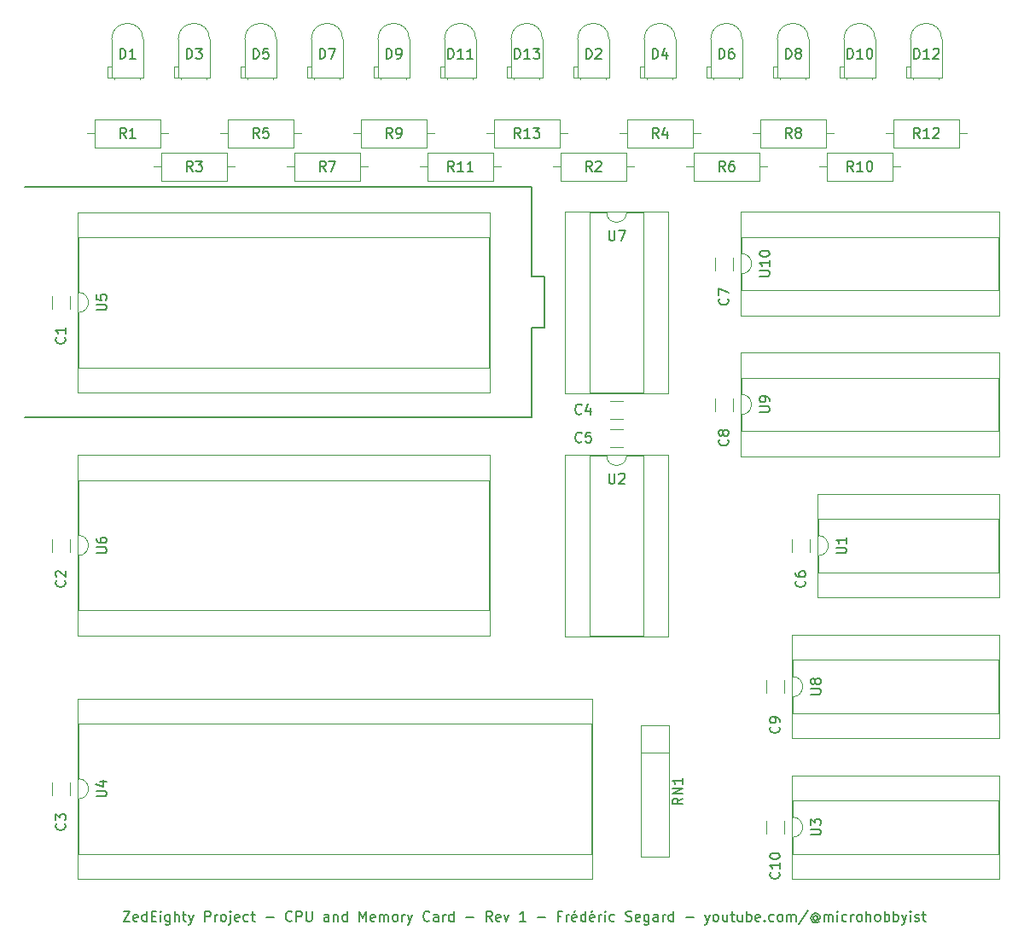
<source format=gto>
G04 #@! TF.GenerationSoftware,KiCad,Pcbnew,(6.0.7)*
G04 #@! TF.CreationDate,2022-11-29T20:03:00-05:00*
G04 #@! TF.ProjectId,Part 4 - CPU and memory,50617274-2034-4202-9d20-43505520616e,1*
G04 #@! TF.SameCoordinates,Original*
G04 #@! TF.FileFunction,Legend,Top*
G04 #@! TF.FilePolarity,Positive*
%FSLAX46Y46*%
G04 Gerber Fmt 4.6, Leading zero omitted, Abs format (unit mm)*
G04 Created by KiCad (PCBNEW (6.0.7)) date 2022-11-29 20:03:00*
%MOMM*%
%LPD*%
G01*
G04 APERTURE LIST*
%ADD10C,0.150000*%
%ADD11C,0.120000*%
%ADD12C,1.600000*%
%ADD13O,1.600000X1.600000*%
%ADD14R,1.600000X1.600000*%
%ADD15R,1.800000X1.800000*%
%ADD16C,1.800000*%
%ADD17R,1.780000X7.620000*%
G04 APERTURE END LIST*
D10*
X134112000Y-66040000D02*
X135382000Y-66040000D01*
X83820000Y-57150000D02*
X134112000Y-57150000D01*
X134112000Y-71120000D02*
X134112000Y-80010000D01*
X135382000Y-71120000D02*
X134112000Y-71120000D01*
X135382000Y-66040000D02*
X135382000Y-71120000D01*
X134112000Y-57150000D02*
X134112000Y-66040000D01*
X134112000Y-80010000D02*
X83820000Y-80010000D01*
X93564285Y-128992380D02*
X94230952Y-128992380D01*
X93564285Y-129992380D01*
X94230952Y-129992380D01*
X94992857Y-129944761D02*
X94897619Y-129992380D01*
X94707142Y-129992380D01*
X94611904Y-129944761D01*
X94564285Y-129849523D01*
X94564285Y-129468571D01*
X94611904Y-129373333D01*
X94707142Y-129325714D01*
X94897619Y-129325714D01*
X94992857Y-129373333D01*
X95040476Y-129468571D01*
X95040476Y-129563809D01*
X94564285Y-129659047D01*
X95897619Y-129992380D02*
X95897619Y-128992380D01*
X95897619Y-129944761D02*
X95802380Y-129992380D01*
X95611904Y-129992380D01*
X95516666Y-129944761D01*
X95469047Y-129897142D01*
X95421428Y-129801904D01*
X95421428Y-129516190D01*
X95469047Y-129420952D01*
X95516666Y-129373333D01*
X95611904Y-129325714D01*
X95802380Y-129325714D01*
X95897619Y-129373333D01*
X96373809Y-129468571D02*
X96707142Y-129468571D01*
X96850000Y-129992380D02*
X96373809Y-129992380D01*
X96373809Y-128992380D01*
X96850000Y-128992380D01*
X97278571Y-129992380D02*
X97278571Y-129325714D01*
X97278571Y-128992380D02*
X97230952Y-129040000D01*
X97278571Y-129087619D01*
X97326190Y-129040000D01*
X97278571Y-128992380D01*
X97278571Y-129087619D01*
X98183333Y-129325714D02*
X98183333Y-130135238D01*
X98135714Y-130230476D01*
X98088095Y-130278095D01*
X97992857Y-130325714D01*
X97850000Y-130325714D01*
X97754761Y-130278095D01*
X98183333Y-129944761D02*
X98088095Y-129992380D01*
X97897619Y-129992380D01*
X97802380Y-129944761D01*
X97754761Y-129897142D01*
X97707142Y-129801904D01*
X97707142Y-129516190D01*
X97754761Y-129420952D01*
X97802380Y-129373333D01*
X97897619Y-129325714D01*
X98088095Y-129325714D01*
X98183333Y-129373333D01*
X98659523Y-129992380D02*
X98659523Y-128992380D01*
X99088095Y-129992380D02*
X99088095Y-129468571D01*
X99040476Y-129373333D01*
X98945238Y-129325714D01*
X98802380Y-129325714D01*
X98707142Y-129373333D01*
X98659523Y-129420952D01*
X99421428Y-129325714D02*
X99802380Y-129325714D01*
X99564285Y-128992380D02*
X99564285Y-129849523D01*
X99611904Y-129944761D01*
X99707142Y-129992380D01*
X99802380Y-129992380D01*
X100040476Y-129325714D02*
X100278571Y-129992380D01*
X100516666Y-129325714D02*
X100278571Y-129992380D01*
X100183333Y-130230476D01*
X100135714Y-130278095D01*
X100040476Y-130325714D01*
X101659523Y-129992380D02*
X101659523Y-128992380D01*
X102040476Y-128992380D01*
X102135714Y-129040000D01*
X102183333Y-129087619D01*
X102230952Y-129182857D01*
X102230952Y-129325714D01*
X102183333Y-129420952D01*
X102135714Y-129468571D01*
X102040476Y-129516190D01*
X101659523Y-129516190D01*
X102659523Y-129992380D02*
X102659523Y-129325714D01*
X102659523Y-129516190D02*
X102707142Y-129420952D01*
X102754761Y-129373333D01*
X102850000Y-129325714D01*
X102945238Y-129325714D01*
X103421428Y-129992380D02*
X103326190Y-129944761D01*
X103278571Y-129897142D01*
X103230952Y-129801904D01*
X103230952Y-129516190D01*
X103278571Y-129420952D01*
X103326190Y-129373333D01*
X103421428Y-129325714D01*
X103564285Y-129325714D01*
X103659523Y-129373333D01*
X103707142Y-129420952D01*
X103754761Y-129516190D01*
X103754761Y-129801904D01*
X103707142Y-129897142D01*
X103659523Y-129944761D01*
X103564285Y-129992380D01*
X103421428Y-129992380D01*
X104183333Y-129325714D02*
X104183333Y-130182857D01*
X104135714Y-130278095D01*
X104040476Y-130325714D01*
X103992857Y-130325714D01*
X104183333Y-128992380D02*
X104135714Y-129040000D01*
X104183333Y-129087619D01*
X104230952Y-129040000D01*
X104183333Y-128992380D01*
X104183333Y-129087619D01*
X105040476Y-129944761D02*
X104945238Y-129992380D01*
X104754761Y-129992380D01*
X104659523Y-129944761D01*
X104611904Y-129849523D01*
X104611904Y-129468571D01*
X104659523Y-129373333D01*
X104754761Y-129325714D01*
X104945238Y-129325714D01*
X105040476Y-129373333D01*
X105088095Y-129468571D01*
X105088095Y-129563809D01*
X104611904Y-129659047D01*
X105945238Y-129944761D02*
X105850000Y-129992380D01*
X105659523Y-129992380D01*
X105564285Y-129944761D01*
X105516666Y-129897142D01*
X105469047Y-129801904D01*
X105469047Y-129516190D01*
X105516666Y-129420952D01*
X105564285Y-129373333D01*
X105659523Y-129325714D01*
X105850000Y-129325714D01*
X105945238Y-129373333D01*
X106230952Y-129325714D02*
X106611904Y-129325714D01*
X106373809Y-128992380D02*
X106373809Y-129849523D01*
X106421428Y-129944761D01*
X106516666Y-129992380D01*
X106611904Y-129992380D01*
X107707142Y-129611428D02*
X108469047Y-129611428D01*
X110278571Y-129897142D02*
X110230952Y-129944761D01*
X110088095Y-129992380D01*
X109992857Y-129992380D01*
X109850000Y-129944761D01*
X109754761Y-129849523D01*
X109707142Y-129754285D01*
X109659523Y-129563809D01*
X109659523Y-129420952D01*
X109707142Y-129230476D01*
X109754761Y-129135238D01*
X109850000Y-129040000D01*
X109992857Y-128992380D01*
X110088095Y-128992380D01*
X110230952Y-129040000D01*
X110278571Y-129087619D01*
X110707142Y-129992380D02*
X110707142Y-128992380D01*
X111088095Y-128992380D01*
X111183333Y-129040000D01*
X111230952Y-129087619D01*
X111278571Y-129182857D01*
X111278571Y-129325714D01*
X111230952Y-129420952D01*
X111183333Y-129468571D01*
X111088095Y-129516190D01*
X110707142Y-129516190D01*
X111707142Y-128992380D02*
X111707142Y-129801904D01*
X111754761Y-129897142D01*
X111802380Y-129944761D01*
X111897619Y-129992380D01*
X112088095Y-129992380D01*
X112183333Y-129944761D01*
X112230952Y-129897142D01*
X112278571Y-129801904D01*
X112278571Y-128992380D01*
X113945238Y-129992380D02*
X113945238Y-129468571D01*
X113897619Y-129373333D01*
X113802380Y-129325714D01*
X113611904Y-129325714D01*
X113516666Y-129373333D01*
X113945238Y-129944761D02*
X113850000Y-129992380D01*
X113611904Y-129992380D01*
X113516666Y-129944761D01*
X113469047Y-129849523D01*
X113469047Y-129754285D01*
X113516666Y-129659047D01*
X113611904Y-129611428D01*
X113850000Y-129611428D01*
X113945238Y-129563809D01*
X114421428Y-129325714D02*
X114421428Y-129992380D01*
X114421428Y-129420952D02*
X114469047Y-129373333D01*
X114564285Y-129325714D01*
X114707142Y-129325714D01*
X114802380Y-129373333D01*
X114850000Y-129468571D01*
X114850000Y-129992380D01*
X115754761Y-129992380D02*
X115754761Y-128992380D01*
X115754761Y-129944761D02*
X115659523Y-129992380D01*
X115469047Y-129992380D01*
X115373809Y-129944761D01*
X115326190Y-129897142D01*
X115278571Y-129801904D01*
X115278571Y-129516190D01*
X115326190Y-129420952D01*
X115373809Y-129373333D01*
X115469047Y-129325714D01*
X115659523Y-129325714D01*
X115754761Y-129373333D01*
X116992857Y-129992380D02*
X116992857Y-128992380D01*
X117326190Y-129706666D01*
X117659523Y-128992380D01*
X117659523Y-129992380D01*
X118516666Y-129944761D02*
X118421428Y-129992380D01*
X118230952Y-129992380D01*
X118135714Y-129944761D01*
X118088095Y-129849523D01*
X118088095Y-129468571D01*
X118135714Y-129373333D01*
X118230952Y-129325714D01*
X118421428Y-129325714D01*
X118516666Y-129373333D01*
X118564285Y-129468571D01*
X118564285Y-129563809D01*
X118088095Y-129659047D01*
X118992857Y-129992380D02*
X118992857Y-129325714D01*
X118992857Y-129420952D02*
X119040476Y-129373333D01*
X119135714Y-129325714D01*
X119278571Y-129325714D01*
X119373809Y-129373333D01*
X119421428Y-129468571D01*
X119421428Y-129992380D01*
X119421428Y-129468571D02*
X119469047Y-129373333D01*
X119564285Y-129325714D01*
X119707142Y-129325714D01*
X119802380Y-129373333D01*
X119850000Y-129468571D01*
X119850000Y-129992380D01*
X120469047Y-129992380D02*
X120373809Y-129944761D01*
X120326190Y-129897142D01*
X120278571Y-129801904D01*
X120278571Y-129516190D01*
X120326190Y-129420952D01*
X120373809Y-129373333D01*
X120469047Y-129325714D01*
X120611904Y-129325714D01*
X120707142Y-129373333D01*
X120754761Y-129420952D01*
X120802380Y-129516190D01*
X120802380Y-129801904D01*
X120754761Y-129897142D01*
X120707142Y-129944761D01*
X120611904Y-129992380D01*
X120469047Y-129992380D01*
X121230952Y-129992380D02*
X121230952Y-129325714D01*
X121230952Y-129516190D02*
X121278571Y-129420952D01*
X121326190Y-129373333D01*
X121421428Y-129325714D01*
X121516666Y-129325714D01*
X121754761Y-129325714D02*
X121992857Y-129992380D01*
X122230952Y-129325714D02*
X121992857Y-129992380D01*
X121897619Y-130230476D01*
X121850000Y-130278095D01*
X121754761Y-130325714D01*
X123945238Y-129897142D02*
X123897619Y-129944761D01*
X123754761Y-129992380D01*
X123659523Y-129992380D01*
X123516666Y-129944761D01*
X123421428Y-129849523D01*
X123373809Y-129754285D01*
X123326190Y-129563809D01*
X123326190Y-129420952D01*
X123373809Y-129230476D01*
X123421428Y-129135238D01*
X123516666Y-129040000D01*
X123659523Y-128992380D01*
X123754761Y-128992380D01*
X123897619Y-129040000D01*
X123945238Y-129087619D01*
X124802380Y-129992380D02*
X124802380Y-129468571D01*
X124754761Y-129373333D01*
X124659523Y-129325714D01*
X124469047Y-129325714D01*
X124373809Y-129373333D01*
X124802380Y-129944761D02*
X124707142Y-129992380D01*
X124469047Y-129992380D01*
X124373809Y-129944761D01*
X124326190Y-129849523D01*
X124326190Y-129754285D01*
X124373809Y-129659047D01*
X124469047Y-129611428D01*
X124707142Y-129611428D01*
X124802380Y-129563809D01*
X125278571Y-129992380D02*
X125278571Y-129325714D01*
X125278571Y-129516190D02*
X125326190Y-129420952D01*
X125373809Y-129373333D01*
X125469047Y-129325714D01*
X125564285Y-129325714D01*
X126326190Y-129992380D02*
X126326190Y-128992380D01*
X126326190Y-129944761D02*
X126230952Y-129992380D01*
X126040476Y-129992380D01*
X125945238Y-129944761D01*
X125897619Y-129897142D01*
X125850000Y-129801904D01*
X125850000Y-129516190D01*
X125897619Y-129420952D01*
X125945238Y-129373333D01*
X126040476Y-129325714D01*
X126230952Y-129325714D01*
X126326190Y-129373333D01*
X127564285Y-129611428D02*
X128326190Y-129611428D01*
X130135714Y-129992380D02*
X129802380Y-129516190D01*
X129564285Y-129992380D02*
X129564285Y-128992380D01*
X129945238Y-128992380D01*
X130040476Y-129040000D01*
X130088095Y-129087619D01*
X130135714Y-129182857D01*
X130135714Y-129325714D01*
X130088095Y-129420952D01*
X130040476Y-129468571D01*
X129945238Y-129516190D01*
X129564285Y-129516190D01*
X130945238Y-129944761D02*
X130850000Y-129992380D01*
X130659523Y-129992380D01*
X130564285Y-129944761D01*
X130516666Y-129849523D01*
X130516666Y-129468571D01*
X130564285Y-129373333D01*
X130659523Y-129325714D01*
X130850000Y-129325714D01*
X130945238Y-129373333D01*
X130992857Y-129468571D01*
X130992857Y-129563809D01*
X130516666Y-129659047D01*
X131326190Y-129325714D02*
X131564285Y-129992380D01*
X131802380Y-129325714D01*
X133469047Y-129992380D02*
X132897619Y-129992380D01*
X133183333Y-129992380D02*
X133183333Y-128992380D01*
X133088095Y-129135238D01*
X132992857Y-129230476D01*
X132897619Y-129278095D01*
X134659523Y-129611428D02*
X135421428Y-129611428D01*
X136992857Y-129468571D02*
X136659523Y-129468571D01*
X136659523Y-129992380D02*
X136659523Y-128992380D01*
X137135714Y-128992380D01*
X137516666Y-129992380D02*
X137516666Y-129325714D01*
X137516666Y-129516190D02*
X137564285Y-129420952D01*
X137611904Y-129373333D01*
X137707142Y-129325714D01*
X137802380Y-129325714D01*
X138516666Y-129944761D02*
X138421428Y-129992380D01*
X138230952Y-129992380D01*
X138135714Y-129944761D01*
X138088095Y-129849523D01*
X138088095Y-129468571D01*
X138135714Y-129373333D01*
X138230952Y-129325714D01*
X138421428Y-129325714D01*
X138516666Y-129373333D01*
X138564285Y-129468571D01*
X138564285Y-129563809D01*
X138088095Y-129659047D01*
X138421428Y-128944761D02*
X138278571Y-129087619D01*
X139421428Y-129992380D02*
X139421428Y-128992380D01*
X139421428Y-129944761D02*
X139326190Y-129992380D01*
X139135714Y-129992380D01*
X139040476Y-129944761D01*
X138992857Y-129897142D01*
X138945238Y-129801904D01*
X138945238Y-129516190D01*
X138992857Y-129420952D01*
X139040476Y-129373333D01*
X139135714Y-129325714D01*
X139326190Y-129325714D01*
X139421428Y-129373333D01*
X140278571Y-129944761D02*
X140183333Y-129992380D01*
X139992857Y-129992380D01*
X139897619Y-129944761D01*
X139850000Y-129849523D01*
X139850000Y-129468571D01*
X139897619Y-129373333D01*
X139992857Y-129325714D01*
X140183333Y-129325714D01*
X140278571Y-129373333D01*
X140326190Y-129468571D01*
X140326190Y-129563809D01*
X139850000Y-129659047D01*
X140183333Y-128944761D02*
X140040476Y-129087619D01*
X140754761Y-129992380D02*
X140754761Y-129325714D01*
X140754761Y-129516190D02*
X140802380Y-129420952D01*
X140850000Y-129373333D01*
X140945238Y-129325714D01*
X141040476Y-129325714D01*
X141373809Y-129992380D02*
X141373809Y-129325714D01*
X141373809Y-128992380D02*
X141326190Y-129040000D01*
X141373809Y-129087619D01*
X141421428Y-129040000D01*
X141373809Y-128992380D01*
X141373809Y-129087619D01*
X142278571Y-129944761D02*
X142183333Y-129992380D01*
X141992857Y-129992380D01*
X141897619Y-129944761D01*
X141850000Y-129897142D01*
X141802380Y-129801904D01*
X141802380Y-129516190D01*
X141850000Y-129420952D01*
X141897619Y-129373333D01*
X141992857Y-129325714D01*
X142183333Y-129325714D01*
X142278571Y-129373333D01*
X143421428Y-129944761D02*
X143564285Y-129992380D01*
X143802380Y-129992380D01*
X143897619Y-129944761D01*
X143945238Y-129897142D01*
X143992857Y-129801904D01*
X143992857Y-129706666D01*
X143945238Y-129611428D01*
X143897619Y-129563809D01*
X143802380Y-129516190D01*
X143611904Y-129468571D01*
X143516666Y-129420952D01*
X143469047Y-129373333D01*
X143421428Y-129278095D01*
X143421428Y-129182857D01*
X143469047Y-129087619D01*
X143516666Y-129040000D01*
X143611904Y-128992380D01*
X143850000Y-128992380D01*
X143992857Y-129040000D01*
X144802380Y-129944761D02*
X144707142Y-129992380D01*
X144516666Y-129992380D01*
X144421428Y-129944761D01*
X144373809Y-129849523D01*
X144373809Y-129468571D01*
X144421428Y-129373333D01*
X144516666Y-129325714D01*
X144707142Y-129325714D01*
X144802380Y-129373333D01*
X144850000Y-129468571D01*
X144850000Y-129563809D01*
X144373809Y-129659047D01*
X145707142Y-129325714D02*
X145707142Y-130135238D01*
X145659523Y-130230476D01*
X145611904Y-130278095D01*
X145516666Y-130325714D01*
X145373809Y-130325714D01*
X145278571Y-130278095D01*
X145707142Y-129944761D02*
X145611904Y-129992380D01*
X145421428Y-129992380D01*
X145326190Y-129944761D01*
X145278571Y-129897142D01*
X145230952Y-129801904D01*
X145230952Y-129516190D01*
X145278571Y-129420952D01*
X145326190Y-129373333D01*
X145421428Y-129325714D01*
X145611904Y-129325714D01*
X145707142Y-129373333D01*
X146611904Y-129992380D02*
X146611904Y-129468571D01*
X146564285Y-129373333D01*
X146469047Y-129325714D01*
X146278571Y-129325714D01*
X146183333Y-129373333D01*
X146611904Y-129944761D02*
X146516666Y-129992380D01*
X146278571Y-129992380D01*
X146183333Y-129944761D01*
X146135714Y-129849523D01*
X146135714Y-129754285D01*
X146183333Y-129659047D01*
X146278571Y-129611428D01*
X146516666Y-129611428D01*
X146611904Y-129563809D01*
X147088095Y-129992380D02*
X147088095Y-129325714D01*
X147088095Y-129516190D02*
X147135714Y-129420952D01*
X147183333Y-129373333D01*
X147278571Y-129325714D01*
X147373809Y-129325714D01*
X148135714Y-129992380D02*
X148135714Y-128992380D01*
X148135714Y-129944761D02*
X148040476Y-129992380D01*
X147850000Y-129992380D01*
X147754761Y-129944761D01*
X147707142Y-129897142D01*
X147659523Y-129801904D01*
X147659523Y-129516190D01*
X147707142Y-129420952D01*
X147754761Y-129373333D01*
X147850000Y-129325714D01*
X148040476Y-129325714D01*
X148135714Y-129373333D01*
X149373809Y-129611428D02*
X150135714Y-129611428D01*
X151278571Y-129325714D02*
X151516666Y-129992380D01*
X151754761Y-129325714D02*
X151516666Y-129992380D01*
X151421428Y-130230476D01*
X151373809Y-130278095D01*
X151278571Y-130325714D01*
X152278571Y-129992380D02*
X152183333Y-129944761D01*
X152135714Y-129897142D01*
X152088095Y-129801904D01*
X152088095Y-129516190D01*
X152135714Y-129420952D01*
X152183333Y-129373333D01*
X152278571Y-129325714D01*
X152421428Y-129325714D01*
X152516666Y-129373333D01*
X152564285Y-129420952D01*
X152611904Y-129516190D01*
X152611904Y-129801904D01*
X152564285Y-129897142D01*
X152516666Y-129944761D01*
X152421428Y-129992380D01*
X152278571Y-129992380D01*
X153469047Y-129325714D02*
X153469047Y-129992380D01*
X153040476Y-129325714D02*
X153040476Y-129849523D01*
X153088095Y-129944761D01*
X153183333Y-129992380D01*
X153326190Y-129992380D01*
X153421428Y-129944761D01*
X153469047Y-129897142D01*
X153802380Y-129325714D02*
X154183333Y-129325714D01*
X153945238Y-128992380D02*
X153945238Y-129849523D01*
X153992857Y-129944761D01*
X154088095Y-129992380D01*
X154183333Y-129992380D01*
X154945238Y-129325714D02*
X154945238Y-129992380D01*
X154516666Y-129325714D02*
X154516666Y-129849523D01*
X154564285Y-129944761D01*
X154659523Y-129992380D01*
X154802380Y-129992380D01*
X154897619Y-129944761D01*
X154945238Y-129897142D01*
X155421428Y-129992380D02*
X155421428Y-128992380D01*
X155421428Y-129373333D02*
X155516666Y-129325714D01*
X155707142Y-129325714D01*
X155802380Y-129373333D01*
X155850000Y-129420952D01*
X155897619Y-129516190D01*
X155897619Y-129801904D01*
X155850000Y-129897142D01*
X155802380Y-129944761D01*
X155707142Y-129992380D01*
X155516666Y-129992380D01*
X155421428Y-129944761D01*
X156707142Y-129944761D02*
X156611904Y-129992380D01*
X156421428Y-129992380D01*
X156326190Y-129944761D01*
X156278571Y-129849523D01*
X156278571Y-129468571D01*
X156326190Y-129373333D01*
X156421428Y-129325714D01*
X156611904Y-129325714D01*
X156707142Y-129373333D01*
X156754761Y-129468571D01*
X156754761Y-129563809D01*
X156278571Y-129659047D01*
X157183333Y-129897142D02*
X157230952Y-129944761D01*
X157183333Y-129992380D01*
X157135714Y-129944761D01*
X157183333Y-129897142D01*
X157183333Y-129992380D01*
X158088095Y-129944761D02*
X157992857Y-129992380D01*
X157802380Y-129992380D01*
X157707142Y-129944761D01*
X157659523Y-129897142D01*
X157611904Y-129801904D01*
X157611904Y-129516190D01*
X157659523Y-129420952D01*
X157707142Y-129373333D01*
X157802380Y-129325714D01*
X157992857Y-129325714D01*
X158088095Y-129373333D01*
X158659523Y-129992380D02*
X158564285Y-129944761D01*
X158516666Y-129897142D01*
X158469047Y-129801904D01*
X158469047Y-129516190D01*
X158516666Y-129420952D01*
X158564285Y-129373333D01*
X158659523Y-129325714D01*
X158802380Y-129325714D01*
X158897619Y-129373333D01*
X158945238Y-129420952D01*
X158992857Y-129516190D01*
X158992857Y-129801904D01*
X158945238Y-129897142D01*
X158897619Y-129944761D01*
X158802380Y-129992380D01*
X158659523Y-129992380D01*
X159421428Y-129992380D02*
X159421428Y-129325714D01*
X159421428Y-129420952D02*
X159469047Y-129373333D01*
X159564285Y-129325714D01*
X159707142Y-129325714D01*
X159802380Y-129373333D01*
X159850000Y-129468571D01*
X159850000Y-129992380D01*
X159850000Y-129468571D02*
X159897619Y-129373333D01*
X159992857Y-129325714D01*
X160135714Y-129325714D01*
X160230952Y-129373333D01*
X160278571Y-129468571D01*
X160278571Y-129992380D01*
X161469047Y-128944761D02*
X160611904Y-130230476D01*
X162421428Y-129516190D02*
X162373809Y-129468571D01*
X162278571Y-129420952D01*
X162183333Y-129420952D01*
X162088095Y-129468571D01*
X162040476Y-129516190D01*
X161992857Y-129611428D01*
X161992857Y-129706666D01*
X162040476Y-129801904D01*
X162088095Y-129849523D01*
X162183333Y-129897142D01*
X162278571Y-129897142D01*
X162373809Y-129849523D01*
X162421428Y-129801904D01*
X162421428Y-129420952D02*
X162421428Y-129801904D01*
X162469047Y-129849523D01*
X162516666Y-129849523D01*
X162611904Y-129801904D01*
X162659523Y-129706666D01*
X162659523Y-129468571D01*
X162564285Y-129325714D01*
X162421428Y-129230476D01*
X162230952Y-129182857D01*
X162040476Y-129230476D01*
X161897619Y-129325714D01*
X161802380Y-129468571D01*
X161754761Y-129659047D01*
X161802380Y-129849523D01*
X161897619Y-129992380D01*
X162040476Y-130087619D01*
X162230952Y-130135238D01*
X162421428Y-130087619D01*
X162564285Y-129992380D01*
X163088095Y-129992380D02*
X163088095Y-129325714D01*
X163088095Y-129420952D02*
X163135714Y-129373333D01*
X163230952Y-129325714D01*
X163373809Y-129325714D01*
X163469047Y-129373333D01*
X163516666Y-129468571D01*
X163516666Y-129992380D01*
X163516666Y-129468571D02*
X163564285Y-129373333D01*
X163659523Y-129325714D01*
X163802380Y-129325714D01*
X163897619Y-129373333D01*
X163945238Y-129468571D01*
X163945238Y-129992380D01*
X164421428Y-129992380D02*
X164421428Y-129325714D01*
X164421428Y-128992380D02*
X164373809Y-129040000D01*
X164421428Y-129087619D01*
X164469047Y-129040000D01*
X164421428Y-128992380D01*
X164421428Y-129087619D01*
X165326190Y-129944761D02*
X165230952Y-129992380D01*
X165040476Y-129992380D01*
X164945238Y-129944761D01*
X164897619Y-129897142D01*
X164850000Y-129801904D01*
X164850000Y-129516190D01*
X164897619Y-129420952D01*
X164945238Y-129373333D01*
X165040476Y-129325714D01*
X165230952Y-129325714D01*
X165326190Y-129373333D01*
X165754761Y-129992380D02*
X165754761Y-129325714D01*
X165754761Y-129516190D02*
X165802380Y-129420952D01*
X165850000Y-129373333D01*
X165945238Y-129325714D01*
X166040476Y-129325714D01*
X166516666Y-129992380D02*
X166421428Y-129944761D01*
X166373809Y-129897142D01*
X166326190Y-129801904D01*
X166326190Y-129516190D01*
X166373809Y-129420952D01*
X166421428Y-129373333D01*
X166516666Y-129325714D01*
X166659523Y-129325714D01*
X166754761Y-129373333D01*
X166802380Y-129420952D01*
X166850000Y-129516190D01*
X166850000Y-129801904D01*
X166802380Y-129897142D01*
X166754761Y-129944761D01*
X166659523Y-129992380D01*
X166516666Y-129992380D01*
X167278571Y-129992380D02*
X167278571Y-128992380D01*
X167707142Y-129992380D02*
X167707142Y-129468571D01*
X167659523Y-129373333D01*
X167564285Y-129325714D01*
X167421428Y-129325714D01*
X167326190Y-129373333D01*
X167278571Y-129420952D01*
X168326190Y-129992380D02*
X168230952Y-129944761D01*
X168183333Y-129897142D01*
X168135714Y-129801904D01*
X168135714Y-129516190D01*
X168183333Y-129420952D01*
X168230952Y-129373333D01*
X168326190Y-129325714D01*
X168469047Y-129325714D01*
X168564285Y-129373333D01*
X168611904Y-129420952D01*
X168659523Y-129516190D01*
X168659523Y-129801904D01*
X168611904Y-129897142D01*
X168564285Y-129944761D01*
X168469047Y-129992380D01*
X168326190Y-129992380D01*
X169088095Y-129992380D02*
X169088095Y-128992380D01*
X169088095Y-129373333D02*
X169183333Y-129325714D01*
X169373809Y-129325714D01*
X169469047Y-129373333D01*
X169516666Y-129420952D01*
X169564285Y-129516190D01*
X169564285Y-129801904D01*
X169516666Y-129897142D01*
X169469047Y-129944761D01*
X169373809Y-129992380D01*
X169183333Y-129992380D01*
X169088095Y-129944761D01*
X169992857Y-129992380D02*
X169992857Y-128992380D01*
X169992857Y-129373333D02*
X170088095Y-129325714D01*
X170278571Y-129325714D01*
X170373809Y-129373333D01*
X170421428Y-129420952D01*
X170469047Y-129516190D01*
X170469047Y-129801904D01*
X170421428Y-129897142D01*
X170373809Y-129944761D01*
X170278571Y-129992380D01*
X170088095Y-129992380D01*
X169992857Y-129944761D01*
X170802380Y-129325714D02*
X171040476Y-129992380D01*
X171278571Y-129325714D02*
X171040476Y-129992380D01*
X170945238Y-130230476D01*
X170897619Y-130278095D01*
X170802380Y-130325714D01*
X171659523Y-129992380D02*
X171659523Y-129325714D01*
X171659523Y-128992380D02*
X171611904Y-129040000D01*
X171659523Y-129087619D01*
X171707142Y-129040000D01*
X171659523Y-128992380D01*
X171659523Y-129087619D01*
X172088095Y-129944761D02*
X172183333Y-129992380D01*
X172373809Y-129992380D01*
X172469047Y-129944761D01*
X172516666Y-129849523D01*
X172516666Y-129801904D01*
X172469047Y-129706666D01*
X172373809Y-129659047D01*
X172230952Y-129659047D01*
X172135714Y-129611428D01*
X172088095Y-129516190D01*
X172088095Y-129468571D01*
X172135714Y-129373333D01*
X172230952Y-129325714D01*
X172373809Y-129325714D01*
X172469047Y-129373333D01*
X172802380Y-129325714D02*
X173183333Y-129325714D01*
X172945238Y-128992380D02*
X172945238Y-129849523D01*
X172992857Y-129944761D01*
X173088095Y-129992380D01*
X173183333Y-129992380D01*
X146645333Y-52268380D02*
X146312000Y-51792190D01*
X146073904Y-52268380D02*
X146073904Y-51268380D01*
X146454857Y-51268380D01*
X146550095Y-51316000D01*
X146597714Y-51363619D01*
X146645333Y-51458857D01*
X146645333Y-51601714D01*
X146597714Y-51696952D01*
X146550095Y-51744571D01*
X146454857Y-51792190D01*
X146073904Y-51792190D01*
X147502476Y-51601714D02*
X147502476Y-52268380D01*
X147264380Y-51220761D02*
X147026285Y-51935047D01*
X147645333Y-51935047D01*
X90892380Y-117606904D02*
X91701904Y-117606904D01*
X91797142Y-117559285D01*
X91844761Y-117511666D01*
X91892380Y-117416428D01*
X91892380Y-117225952D01*
X91844761Y-117130714D01*
X91797142Y-117083095D01*
X91701904Y-117035476D01*
X90892380Y-117035476D01*
X91225714Y-116130714D02*
X91892380Y-116130714D01*
X90844761Y-116368809D02*
X91559047Y-116606904D01*
X91559047Y-115987857D01*
X87733142Y-72048666D02*
X87780761Y-72096285D01*
X87828380Y-72239142D01*
X87828380Y-72334380D01*
X87780761Y-72477238D01*
X87685523Y-72572476D01*
X87590285Y-72620095D01*
X87399809Y-72667714D01*
X87256952Y-72667714D01*
X87066476Y-72620095D01*
X86971238Y-72572476D01*
X86876000Y-72477238D01*
X86828380Y-72334380D01*
X86828380Y-72239142D01*
X86876000Y-72096285D01*
X86923619Y-72048666D01*
X87828380Y-71096285D02*
X87828380Y-71667714D01*
X87828380Y-71382000D02*
X86828380Y-71382000D01*
X86971238Y-71477238D01*
X87066476Y-71572476D01*
X87114095Y-71667714D01*
X100417333Y-55570380D02*
X100084000Y-55094190D01*
X99845904Y-55570380D02*
X99845904Y-54570380D01*
X100226857Y-54570380D01*
X100322095Y-54618000D01*
X100369714Y-54665619D01*
X100417333Y-54760857D01*
X100417333Y-54903714D01*
X100369714Y-54998952D01*
X100322095Y-55046571D01*
X100226857Y-55094190D01*
X99845904Y-55094190D01*
X100750666Y-54570380D02*
X101369714Y-54570380D01*
X101036380Y-54951333D01*
X101179238Y-54951333D01*
X101274476Y-54998952D01*
X101322095Y-55046571D01*
X101369714Y-55141809D01*
X101369714Y-55379904D01*
X101322095Y-55475142D01*
X101274476Y-55522761D01*
X101179238Y-55570380D01*
X100893523Y-55570380D01*
X100798285Y-55522761D01*
X100750666Y-55475142D01*
X153519142Y-82188666D02*
X153566761Y-82236285D01*
X153614380Y-82379142D01*
X153614380Y-82474380D01*
X153566761Y-82617238D01*
X153471523Y-82712476D01*
X153376285Y-82760095D01*
X153185809Y-82807714D01*
X153042952Y-82807714D01*
X152852476Y-82760095D01*
X152757238Y-82712476D01*
X152662000Y-82617238D01*
X152614380Y-82474380D01*
X152614380Y-82379142D01*
X152662000Y-82236285D01*
X152709619Y-82188666D01*
X153042952Y-81617238D02*
X152995333Y-81712476D01*
X152947714Y-81760095D01*
X152852476Y-81807714D01*
X152804857Y-81807714D01*
X152709619Y-81760095D01*
X152662000Y-81712476D01*
X152614380Y-81617238D01*
X152614380Y-81426761D01*
X152662000Y-81331523D01*
X152709619Y-81283904D01*
X152804857Y-81236285D01*
X152852476Y-81236285D01*
X152947714Y-81283904D01*
X152995333Y-81331523D01*
X153042952Y-81426761D01*
X153042952Y-81617238D01*
X153090571Y-81712476D01*
X153138190Y-81760095D01*
X153233428Y-81807714D01*
X153423904Y-81807714D01*
X153519142Y-81760095D01*
X153566761Y-81712476D01*
X153614380Y-81617238D01*
X153614380Y-81426761D01*
X153566761Y-81331523D01*
X153519142Y-81283904D01*
X153423904Y-81236285D01*
X153233428Y-81236285D01*
X153138190Y-81283904D01*
X153090571Y-81331523D01*
X153042952Y-81426761D01*
X87733142Y-120308666D02*
X87780761Y-120356285D01*
X87828380Y-120499142D01*
X87828380Y-120594380D01*
X87780761Y-120737238D01*
X87685523Y-120832476D01*
X87590285Y-120880095D01*
X87399809Y-120927714D01*
X87256952Y-120927714D01*
X87066476Y-120880095D01*
X86971238Y-120832476D01*
X86876000Y-120737238D01*
X86828380Y-120594380D01*
X86828380Y-120499142D01*
X86876000Y-120356285D01*
X86923619Y-120308666D01*
X86828380Y-119975333D02*
X86828380Y-119356285D01*
X87209333Y-119689619D01*
X87209333Y-119546761D01*
X87256952Y-119451523D01*
X87304571Y-119403904D01*
X87399809Y-119356285D01*
X87637904Y-119356285D01*
X87733142Y-119403904D01*
X87780761Y-119451523D01*
X87828380Y-119546761D01*
X87828380Y-119832476D01*
X87780761Y-119927714D01*
X87733142Y-119975333D01*
X113033904Y-44394380D02*
X113033904Y-43394380D01*
X113272000Y-43394380D01*
X113414857Y-43442000D01*
X113510095Y-43537238D01*
X113557714Y-43632476D01*
X113605333Y-43822952D01*
X113605333Y-43965809D01*
X113557714Y-44156285D01*
X113510095Y-44251523D01*
X113414857Y-44346761D01*
X113272000Y-44394380D01*
X113033904Y-44394380D01*
X113938666Y-43394380D02*
X114605333Y-43394380D01*
X114176761Y-44394380D01*
X120229333Y-52268380D02*
X119896000Y-51792190D01*
X119657904Y-52268380D02*
X119657904Y-51268380D01*
X120038857Y-51268380D01*
X120134095Y-51316000D01*
X120181714Y-51363619D01*
X120229333Y-51458857D01*
X120229333Y-51601714D01*
X120181714Y-51696952D01*
X120134095Y-51744571D01*
X120038857Y-51792190D01*
X119657904Y-51792190D01*
X120705523Y-52268380D02*
X120896000Y-52268380D01*
X120991238Y-52220761D01*
X121038857Y-52173142D01*
X121134095Y-52030285D01*
X121181714Y-51839809D01*
X121181714Y-51458857D01*
X121134095Y-51363619D01*
X121086476Y-51316000D01*
X120991238Y-51268380D01*
X120800761Y-51268380D01*
X120705523Y-51316000D01*
X120657904Y-51363619D01*
X120610285Y-51458857D01*
X120610285Y-51696952D01*
X120657904Y-51792190D01*
X120705523Y-51839809D01*
X120800761Y-51887428D01*
X120991238Y-51887428D01*
X121086476Y-51839809D01*
X121134095Y-51792190D01*
X121181714Y-51696952D01*
X139035333Y-82389142D02*
X138987714Y-82436761D01*
X138844857Y-82484380D01*
X138749619Y-82484380D01*
X138606761Y-82436761D01*
X138511523Y-82341523D01*
X138463904Y-82246285D01*
X138416285Y-82055809D01*
X138416285Y-81912952D01*
X138463904Y-81722476D01*
X138511523Y-81627238D01*
X138606761Y-81532000D01*
X138749619Y-81484380D01*
X138844857Y-81484380D01*
X138987714Y-81532000D01*
X139035333Y-81579619D01*
X139940095Y-81484380D02*
X139463904Y-81484380D01*
X139416285Y-81960571D01*
X139463904Y-81912952D01*
X139559142Y-81865333D01*
X139797238Y-81865333D01*
X139892476Y-81912952D01*
X139940095Y-81960571D01*
X139987714Y-82055809D01*
X139987714Y-82293904D01*
X139940095Y-82389142D01*
X139892476Y-82436761D01*
X139797238Y-82484380D01*
X139559142Y-82484380D01*
X139463904Y-82436761D01*
X139416285Y-82389142D01*
X156673380Y-79471904D02*
X157482904Y-79471904D01*
X157578142Y-79424285D01*
X157625761Y-79376666D01*
X157673380Y-79281428D01*
X157673380Y-79090952D01*
X157625761Y-78995714D01*
X157578142Y-78948095D01*
X157482904Y-78900476D01*
X156673380Y-78900476D01*
X157673380Y-78376666D02*
X157673380Y-78186190D01*
X157625761Y-78090952D01*
X157578142Y-78043333D01*
X157435285Y-77948095D01*
X157244809Y-77900476D01*
X156863857Y-77900476D01*
X156768619Y-77948095D01*
X156721000Y-77995714D01*
X156673380Y-78090952D01*
X156673380Y-78281428D01*
X156721000Y-78376666D01*
X156768619Y-78424285D01*
X156863857Y-78471904D01*
X157101952Y-78471904D01*
X157197190Y-78424285D01*
X157244809Y-78376666D01*
X157292428Y-78281428D01*
X157292428Y-78090952D01*
X157244809Y-77995714D01*
X157197190Y-77948095D01*
X157101952Y-77900476D01*
X165409714Y-44394380D02*
X165409714Y-43394380D01*
X165647809Y-43394380D01*
X165790666Y-43442000D01*
X165885904Y-43537238D01*
X165933523Y-43632476D01*
X165981142Y-43822952D01*
X165981142Y-43965809D01*
X165933523Y-44156285D01*
X165885904Y-44251523D01*
X165790666Y-44346761D01*
X165647809Y-44394380D01*
X165409714Y-44394380D01*
X166933523Y-44394380D02*
X166362095Y-44394380D01*
X166647809Y-44394380D02*
X166647809Y-43394380D01*
X166552571Y-43537238D01*
X166457333Y-43632476D01*
X166362095Y-43680095D01*
X167552571Y-43394380D02*
X167647809Y-43394380D01*
X167743047Y-43442000D01*
X167790666Y-43489619D01*
X167838285Y-43584857D01*
X167885904Y-43775333D01*
X167885904Y-44013428D01*
X167838285Y-44203904D01*
X167790666Y-44299142D01*
X167743047Y-44346761D01*
X167647809Y-44394380D01*
X167552571Y-44394380D01*
X167457333Y-44346761D01*
X167409714Y-44299142D01*
X167362095Y-44203904D01*
X167314476Y-44013428D01*
X167314476Y-43775333D01*
X167362095Y-43584857D01*
X167409714Y-43489619D01*
X167457333Y-43442000D01*
X167552571Y-43394380D01*
X164303380Y-93471904D02*
X165112904Y-93471904D01*
X165208142Y-93424285D01*
X165255761Y-93376666D01*
X165303380Y-93281428D01*
X165303380Y-93090952D01*
X165255761Y-92995714D01*
X165208142Y-92948095D01*
X165112904Y-92900476D01*
X164303380Y-92900476D01*
X165303380Y-91900476D02*
X165303380Y-92471904D01*
X165303380Y-92186190D02*
X164303380Y-92186190D01*
X164446238Y-92281428D01*
X164541476Y-92376666D01*
X164589095Y-92471904D01*
X161134142Y-96208666D02*
X161181761Y-96256285D01*
X161229380Y-96399142D01*
X161229380Y-96494380D01*
X161181761Y-96637238D01*
X161086523Y-96732476D01*
X160991285Y-96780095D01*
X160800809Y-96827714D01*
X160657952Y-96827714D01*
X160467476Y-96780095D01*
X160372238Y-96732476D01*
X160277000Y-96637238D01*
X160229380Y-96494380D01*
X160229380Y-96399142D01*
X160277000Y-96256285D01*
X160324619Y-96208666D01*
X160229380Y-95351523D02*
X160229380Y-95542000D01*
X160277000Y-95637238D01*
X160324619Y-95684857D01*
X160467476Y-95780095D01*
X160657952Y-95827714D01*
X161038904Y-95827714D01*
X161134142Y-95780095D01*
X161181761Y-95732476D01*
X161229380Y-95637238D01*
X161229380Y-95446761D01*
X161181761Y-95351523D01*
X161134142Y-95303904D01*
X161038904Y-95256285D01*
X160800809Y-95256285D01*
X160705571Y-95303904D01*
X160657952Y-95351523D01*
X160610333Y-95446761D01*
X160610333Y-95637238D01*
X160657952Y-95732476D01*
X160705571Y-95780095D01*
X160800809Y-95827714D01*
X141742095Y-85558380D02*
X141742095Y-86367904D01*
X141789714Y-86463142D01*
X141837333Y-86510761D01*
X141932571Y-86558380D01*
X142123047Y-86558380D01*
X142218285Y-86510761D01*
X142265904Y-86463142D01*
X142313523Y-86367904D01*
X142313523Y-85558380D01*
X142742095Y-85653619D02*
X142789714Y-85606000D01*
X142884952Y-85558380D01*
X143123047Y-85558380D01*
X143218285Y-85606000D01*
X143265904Y-85653619D01*
X143313523Y-85748857D01*
X143313523Y-85844095D01*
X143265904Y-85986952D01*
X142694476Y-86558380D01*
X143313523Y-86558380D01*
X90892380Y-69346904D02*
X91701904Y-69346904D01*
X91797142Y-69299285D01*
X91844761Y-69251666D01*
X91892380Y-69156428D01*
X91892380Y-68965952D01*
X91844761Y-68870714D01*
X91797142Y-68823095D01*
X91701904Y-68775476D01*
X90892380Y-68775476D01*
X90892380Y-67823095D02*
X90892380Y-68299285D01*
X91368571Y-68346904D01*
X91320952Y-68299285D01*
X91273333Y-68204047D01*
X91273333Y-67965952D01*
X91320952Y-67870714D01*
X91368571Y-67823095D01*
X91463809Y-67775476D01*
X91701904Y-67775476D01*
X91797142Y-67823095D01*
X91844761Y-67870714D01*
X91892380Y-67965952D01*
X91892380Y-68204047D01*
X91844761Y-68299285D01*
X91797142Y-68346904D01*
X87733142Y-96178666D02*
X87780761Y-96226285D01*
X87828380Y-96369142D01*
X87828380Y-96464380D01*
X87780761Y-96607238D01*
X87685523Y-96702476D01*
X87590285Y-96750095D01*
X87399809Y-96797714D01*
X87256952Y-96797714D01*
X87066476Y-96750095D01*
X86971238Y-96702476D01*
X86876000Y-96607238D01*
X86828380Y-96464380D01*
X86828380Y-96369142D01*
X86876000Y-96226285D01*
X86923619Y-96178666D01*
X86923619Y-95797714D02*
X86876000Y-95750095D01*
X86828380Y-95654857D01*
X86828380Y-95416761D01*
X86876000Y-95321523D01*
X86923619Y-95273904D01*
X87018857Y-95226285D01*
X87114095Y-95226285D01*
X87256952Y-95273904D01*
X87828380Y-95845333D01*
X87828380Y-95226285D01*
X161768380Y-107471904D02*
X162577904Y-107471904D01*
X162673142Y-107424285D01*
X162720761Y-107376666D01*
X162768380Y-107281428D01*
X162768380Y-107090952D01*
X162720761Y-106995714D01*
X162673142Y-106948095D01*
X162577904Y-106900476D01*
X161768380Y-106900476D01*
X162196952Y-106281428D02*
X162149333Y-106376666D01*
X162101714Y-106424285D01*
X162006476Y-106471904D01*
X161958857Y-106471904D01*
X161863619Y-106424285D01*
X161816000Y-106376666D01*
X161768380Y-106281428D01*
X161768380Y-106090952D01*
X161816000Y-105995714D01*
X161863619Y-105948095D01*
X161958857Y-105900476D01*
X162006476Y-105900476D01*
X162101714Y-105948095D01*
X162149333Y-105995714D01*
X162196952Y-106090952D01*
X162196952Y-106281428D01*
X162244571Y-106376666D01*
X162292190Y-106424285D01*
X162387428Y-106471904D01*
X162577904Y-106471904D01*
X162673142Y-106424285D01*
X162720761Y-106376666D01*
X162768380Y-106281428D01*
X162768380Y-106090952D01*
X162720761Y-105995714D01*
X162673142Y-105948095D01*
X162577904Y-105900476D01*
X162387428Y-105900476D01*
X162292190Y-105948095D01*
X162244571Y-105995714D01*
X162196952Y-106090952D01*
X93221904Y-44394380D02*
X93221904Y-43394380D01*
X93460000Y-43394380D01*
X93602857Y-43442000D01*
X93698095Y-43537238D01*
X93745714Y-43632476D01*
X93793333Y-43822952D01*
X93793333Y-43965809D01*
X93745714Y-44156285D01*
X93698095Y-44251523D01*
X93602857Y-44346761D01*
X93460000Y-44394380D01*
X93221904Y-44394380D01*
X94745714Y-44394380D02*
X94174285Y-44394380D01*
X94460000Y-44394380D02*
X94460000Y-43394380D01*
X94364761Y-43537238D01*
X94269523Y-43632476D01*
X94174285Y-43680095D01*
X141742095Y-61428380D02*
X141742095Y-62237904D01*
X141789714Y-62333142D01*
X141837333Y-62380761D01*
X141932571Y-62428380D01*
X142123047Y-62428380D01*
X142218285Y-62380761D01*
X142265904Y-62333142D01*
X142313523Y-62237904D01*
X142313523Y-61428380D01*
X142694476Y-61428380D02*
X143361142Y-61428380D01*
X142932571Y-62428380D01*
X158609142Y-125132857D02*
X158656761Y-125180476D01*
X158704380Y-125323333D01*
X158704380Y-125418571D01*
X158656761Y-125561428D01*
X158561523Y-125656666D01*
X158466285Y-125704285D01*
X158275809Y-125751904D01*
X158132952Y-125751904D01*
X157942476Y-125704285D01*
X157847238Y-125656666D01*
X157752000Y-125561428D01*
X157704380Y-125418571D01*
X157704380Y-125323333D01*
X157752000Y-125180476D01*
X157799619Y-125132857D01*
X158704380Y-124180476D02*
X158704380Y-124751904D01*
X158704380Y-124466190D02*
X157704380Y-124466190D01*
X157847238Y-124561428D01*
X157942476Y-124656666D01*
X157990095Y-124751904D01*
X157704380Y-123561428D02*
X157704380Y-123466190D01*
X157752000Y-123370952D01*
X157799619Y-123323333D01*
X157894857Y-123275714D01*
X158085333Y-123228095D01*
X158323428Y-123228095D01*
X158513904Y-123275714D01*
X158609142Y-123323333D01*
X158656761Y-123370952D01*
X158704380Y-123466190D01*
X158704380Y-123561428D01*
X158656761Y-123656666D01*
X158609142Y-123704285D01*
X158513904Y-123751904D01*
X158323428Y-123799523D01*
X158085333Y-123799523D01*
X157894857Y-123751904D01*
X157799619Y-123704285D01*
X157752000Y-123656666D01*
X157704380Y-123561428D01*
X106449904Y-44394380D02*
X106449904Y-43394380D01*
X106688000Y-43394380D01*
X106830857Y-43442000D01*
X106926095Y-43537238D01*
X106973714Y-43632476D01*
X107021333Y-43822952D01*
X107021333Y-43965809D01*
X106973714Y-44156285D01*
X106926095Y-44251523D01*
X106830857Y-44346761D01*
X106688000Y-44394380D01*
X106449904Y-44394380D01*
X107926095Y-43394380D02*
X107449904Y-43394380D01*
X107402285Y-43870571D01*
X107449904Y-43822952D01*
X107545142Y-43775333D01*
X107783238Y-43775333D01*
X107878476Y-43822952D01*
X107926095Y-43870571D01*
X107973714Y-43965809D01*
X107973714Y-44203904D01*
X107926095Y-44299142D01*
X107878476Y-44346761D01*
X107783238Y-44394380D01*
X107545142Y-44394380D01*
X107449904Y-44346761D01*
X107402285Y-44299142D01*
X113625333Y-55570380D02*
X113292000Y-55094190D01*
X113053904Y-55570380D02*
X113053904Y-54570380D01*
X113434857Y-54570380D01*
X113530095Y-54618000D01*
X113577714Y-54665619D01*
X113625333Y-54760857D01*
X113625333Y-54903714D01*
X113577714Y-54998952D01*
X113530095Y-55046571D01*
X113434857Y-55094190D01*
X113053904Y-55094190D01*
X113958666Y-54570380D02*
X114625333Y-54570380D01*
X114196761Y-55570380D01*
X158609142Y-110686666D02*
X158656761Y-110734285D01*
X158704380Y-110877142D01*
X158704380Y-110972380D01*
X158656761Y-111115238D01*
X158561523Y-111210476D01*
X158466285Y-111258095D01*
X158275809Y-111305714D01*
X158132952Y-111305714D01*
X157942476Y-111258095D01*
X157847238Y-111210476D01*
X157752000Y-111115238D01*
X157704380Y-110972380D01*
X157704380Y-110877142D01*
X157752000Y-110734285D01*
X157799619Y-110686666D01*
X158704380Y-110210476D02*
X158704380Y-110020000D01*
X158656761Y-109924761D01*
X158609142Y-109877142D01*
X158466285Y-109781904D01*
X158275809Y-109734285D01*
X157894857Y-109734285D01*
X157799619Y-109781904D01*
X157752000Y-109829523D01*
X157704380Y-109924761D01*
X157704380Y-110115238D01*
X157752000Y-110210476D01*
X157799619Y-110258095D01*
X157894857Y-110305714D01*
X158132952Y-110305714D01*
X158228190Y-110258095D01*
X158275809Y-110210476D01*
X158323428Y-110115238D01*
X158323428Y-109924761D01*
X158275809Y-109829523D01*
X158228190Y-109781904D01*
X158132952Y-109734285D01*
X119637904Y-44394380D02*
X119637904Y-43394380D01*
X119876000Y-43394380D01*
X120018857Y-43442000D01*
X120114095Y-43537238D01*
X120161714Y-43632476D01*
X120209333Y-43822952D01*
X120209333Y-43965809D01*
X120161714Y-44156285D01*
X120114095Y-44251523D01*
X120018857Y-44346761D01*
X119876000Y-44394380D01*
X119637904Y-44394380D01*
X120685523Y-44394380D02*
X120876000Y-44394380D01*
X120971238Y-44346761D01*
X121018857Y-44299142D01*
X121114095Y-44156285D01*
X121161714Y-43965809D01*
X121161714Y-43584857D01*
X121114095Y-43489619D01*
X121066476Y-43442000D01*
X120971238Y-43394380D01*
X120780761Y-43394380D01*
X120685523Y-43442000D01*
X120637904Y-43489619D01*
X120590285Y-43584857D01*
X120590285Y-43822952D01*
X120637904Y-43918190D01*
X120685523Y-43965809D01*
X120780761Y-44013428D01*
X120971238Y-44013428D01*
X121066476Y-43965809D01*
X121114095Y-43918190D01*
X121161714Y-43822952D01*
X172585142Y-52268380D02*
X172251809Y-51792190D01*
X172013714Y-52268380D02*
X172013714Y-51268380D01*
X172394666Y-51268380D01*
X172489904Y-51316000D01*
X172537523Y-51363619D01*
X172585142Y-51458857D01*
X172585142Y-51601714D01*
X172537523Y-51696952D01*
X172489904Y-51744571D01*
X172394666Y-51792190D01*
X172013714Y-51792190D01*
X173537523Y-52268380D02*
X172966095Y-52268380D01*
X173251809Y-52268380D02*
X173251809Y-51268380D01*
X173156571Y-51411238D01*
X173061333Y-51506476D01*
X172966095Y-51554095D01*
X173918476Y-51363619D02*
X173966095Y-51316000D01*
X174061333Y-51268380D01*
X174299428Y-51268380D01*
X174394666Y-51316000D01*
X174442285Y-51363619D01*
X174489904Y-51458857D01*
X174489904Y-51554095D01*
X174442285Y-51696952D01*
X173870857Y-52268380D01*
X174489904Y-52268380D01*
X132369714Y-44394380D02*
X132369714Y-43394380D01*
X132607809Y-43394380D01*
X132750666Y-43442000D01*
X132845904Y-43537238D01*
X132893523Y-43632476D01*
X132941142Y-43822952D01*
X132941142Y-43965809D01*
X132893523Y-44156285D01*
X132845904Y-44251523D01*
X132750666Y-44346761D01*
X132607809Y-44394380D01*
X132369714Y-44394380D01*
X133893523Y-44394380D02*
X133322095Y-44394380D01*
X133607809Y-44394380D02*
X133607809Y-43394380D01*
X133512571Y-43537238D01*
X133417333Y-43632476D01*
X133322095Y-43680095D01*
X134226857Y-43394380D02*
X134845904Y-43394380D01*
X134512571Y-43775333D01*
X134655428Y-43775333D01*
X134750666Y-43822952D01*
X134798285Y-43870571D01*
X134845904Y-43965809D01*
X134845904Y-44203904D01*
X134798285Y-44299142D01*
X134750666Y-44346761D01*
X134655428Y-44394380D01*
X134369714Y-44394380D01*
X134274476Y-44346761D01*
X134226857Y-44299142D01*
X93813333Y-52268380D02*
X93480000Y-51792190D01*
X93241904Y-52268380D02*
X93241904Y-51268380D01*
X93622857Y-51268380D01*
X93718095Y-51316000D01*
X93765714Y-51363619D01*
X93813333Y-51458857D01*
X93813333Y-51601714D01*
X93765714Y-51696952D01*
X93718095Y-51744571D01*
X93622857Y-51792190D01*
X93241904Y-51792190D01*
X94765714Y-52268380D02*
X94194285Y-52268380D01*
X94480000Y-52268380D02*
X94480000Y-51268380D01*
X94384761Y-51411238D01*
X94289523Y-51506476D01*
X94194285Y-51554095D01*
X161768380Y-121411904D02*
X162577904Y-121411904D01*
X162673142Y-121364285D01*
X162720761Y-121316666D01*
X162768380Y-121221428D01*
X162768380Y-121030952D01*
X162720761Y-120935714D01*
X162673142Y-120888095D01*
X162577904Y-120840476D01*
X161768380Y-120840476D01*
X161768380Y-120459523D02*
X161768380Y-119840476D01*
X162149333Y-120173809D01*
X162149333Y-120030952D01*
X162196952Y-119935714D01*
X162244571Y-119888095D01*
X162339809Y-119840476D01*
X162577904Y-119840476D01*
X162673142Y-119888095D01*
X162720761Y-119935714D01*
X162768380Y-120030952D01*
X162768380Y-120316666D01*
X162720761Y-120411904D01*
X162673142Y-120459523D01*
X159281904Y-44394380D02*
X159281904Y-43394380D01*
X159520000Y-43394380D01*
X159662857Y-43442000D01*
X159758095Y-43537238D01*
X159805714Y-43632476D01*
X159853333Y-43822952D01*
X159853333Y-43965809D01*
X159805714Y-44156285D01*
X159758095Y-44251523D01*
X159662857Y-44346761D01*
X159520000Y-44394380D01*
X159281904Y-44394380D01*
X160424761Y-43822952D02*
X160329523Y-43775333D01*
X160281904Y-43727714D01*
X160234285Y-43632476D01*
X160234285Y-43584857D01*
X160281904Y-43489619D01*
X160329523Y-43442000D01*
X160424761Y-43394380D01*
X160615238Y-43394380D01*
X160710476Y-43442000D01*
X160758095Y-43489619D01*
X160805714Y-43584857D01*
X160805714Y-43632476D01*
X160758095Y-43727714D01*
X160710476Y-43775333D01*
X160615238Y-43822952D01*
X160424761Y-43822952D01*
X160329523Y-43870571D01*
X160281904Y-43918190D01*
X160234285Y-44013428D01*
X160234285Y-44203904D01*
X160281904Y-44299142D01*
X160329523Y-44346761D01*
X160424761Y-44394380D01*
X160615238Y-44394380D01*
X160710476Y-44346761D01*
X160758095Y-44299142D01*
X160805714Y-44203904D01*
X160805714Y-44013428D01*
X160758095Y-43918190D01*
X160710476Y-43870571D01*
X160615238Y-43822952D01*
X99825904Y-44394380D02*
X99825904Y-43394380D01*
X100064000Y-43394380D01*
X100206857Y-43442000D01*
X100302095Y-43537238D01*
X100349714Y-43632476D01*
X100397333Y-43822952D01*
X100397333Y-43965809D01*
X100349714Y-44156285D01*
X100302095Y-44251523D01*
X100206857Y-44346761D01*
X100064000Y-44394380D01*
X99825904Y-44394380D01*
X100730666Y-43394380D02*
X101349714Y-43394380D01*
X101016380Y-43775333D01*
X101159238Y-43775333D01*
X101254476Y-43822952D01*
X101302095Y-43870571D01*
X101349714Y-43965809D01*
X101349714Y-44203904D01*
X101302095Y-44299142D01*
X101254476Y-44346761D01*
X101159238Y-44394380D01*
X100873523Y-44394380D01*
X100778285Y-44346761D01*
X100730666Y-44299142D01*
X139469904Y-44394380D02*
X139469904Y-43394380D01*
X139708000Y-43394380D01*
X139850857Y-43442000D01*
X139946095Y-43537238D01*
X139993714Y-43632476D01*
X140041333Y-43822952D01*
X140041333Y-43965809D01*
X139993714Y-44156285D01*
X139946095Y-44251523D01*
X139850857Y-44346761D01*
X139708000Y-44394380D01*
X139469904Y-44394380D01*
X140422285Y-43489619D02*
X140469904Y-43442000D01*
X140565142Y-43394380D01*
X140803238Y-43394380D01*
X140898476Y-43442000D01*
X140946095Y-43489619D01*
X140993714Y-43584857D01*
X140993714Y-43680095D01*
X140946095Y-43822952D01*
X140374666Y-44394380D01*
X140993714Y-44394380D01*
X152657904Y-44394380D02*
X152657904Y-43394380D01*
X152896000Y-43394380D01*
X153038857Y-43442000D01*
X153134095Y-43537238D01*
X153181714Y-43632476D01*
X153229333Y-43822952D01*
X153229333Y-43965809D01*
X153181714Y-44156285D01*
X153134095Y-44251523D01*
X153038857Y-44346761D01*
X152896000Y-44394380D01*
X152657904Y-44394380D01*
X154086476Y-43394380D02*
X153896000Y-43394380D01*
X153800761Y-43442000D01*
X153753142Y-43489619D01*
X153657904Y-43632476D01*
X153610285Y-43822952D01*
X153610285Y-44203904D01*
X153657904Y-44299142D01*
X153705523Y-44346761D01*
X153800761Y-44394380D01*
X153991238Y-44394380D01*
X154086476Y-44346761D01*
X154134095Y-44299142D01*
X154181714Y-44203904D01*
X154181714Y-43965809D01*
X154134095Y-43870571D01*
X154086476Y-43822952D01*
X153991238Y-43775333D01*
X153800761Y-43775333D01*
X153705523Y-43822952D01*
X153657904Y-43870571D01*
X153610285Y-43965809D01*
X139025333Y-79595142D02*
X138977714Y-79642761D01*
X138834857Y-79690380D01*
X138739619Y-79690380D01*
X138596761Y-79642761D01*
X138501523Y-79547523D01*
X138453904Y-79452285D01*
X138406285Y-79261809D01*
X138406285Y-79118952D01*
X138453904Y-78928476D01*
X138501523Y-78833238D01*
X138596761Y-78738000D01*
X138739619Y-78690380D01*
X138834857Y-78690380D01*
X138977714Y-78738000D01*
X139025333Y-78785619D01*
X139882476Y-79023714D02*
X139882476Y-79690380D01*
X139644380Y-78642761D02*
X139406285Y-79357047D01*
X140025333Y-79357047D01*
X156678380Y-65978095D02*
X157487904Y-65978095D01*
X157583142Y-65930476D01*
X157630761Y-65882857D01*
X157678380Y-65787619D01*
X157678380Y-65597142D01*
X157630761Y-65501904D01*
X157583142Y-65454285D01*
X157487904Y-65406666D01*
X156678380Y-65406666D01*
X157678380Y-64406666D02*
X157678380Y-64978095D01*
X157678380Y-64692380D02*
X156678380Y-64692380D01*
X156821238Y-64787619D01*
X156916476Y-64882857D01*
X156964095Y-64978095D01*
X156678380Y-63787619D02*
X156678380Y-63692380D01*
X156726000Y-63597142D01*
X156773619Y-63549523D01*
X156868857Y-63501904D01*
X157059333Y-63454285D01*
X157297428Y-63454285D01*
X157487904Y-63501904D01*
X157583142Y-63549523D01*
X157630761Y-63597142D01*
X157678380Y-63692380D01*
X157678380Y-63787619D01*
X157630761Y-63882857D01*
X157583142Y-63930476D01*
X157487904Y-63978095D01*
X157297428Y-64025714D01*
X157059333Y-64025714D01*
X156868857Y-63978095D01*
X156773619Y-63930476D01*
X156726000Y-63882857D01*
X156678380Y-63787619D01*
X172013714Y-44394380D02*
X172013714Y-43394380D01*
X172251809Y-43394380D01*
X172394666Y-43442000D01*
X172489904Y-43537238D01*
X172537523Y-43632476D01*
X172585142Y-43822952D01*
X172585142Y-43965809D01*
X172537523Y-44156285D01*
X172489904Y-44251523D01*
X172394666Y-44346761D01*
X172251809Y-44394380D01*
X172013714Y-44394380D01*
X173537523Y-44394380D02*
X172966095Y-44394380D01*
X173251809Y-44394380D02*
X173251809Y-43394380D01*
X173156571Y-43537238D01*
X173061333Y-43632476D01*
X172966095Y-43680095D01*
X173918476Y-43489619D02*
X173966095Y-43442000D01*
X174061333Y-43394380D01*
X174299428Y-43394380D01*
X174394666Y-43442000D01*
X174442285Y-43489619D01*
X174489904Y-43584857D01*
X174489904Y-43680095D01*
X174442285Y-43822952D01*
X173870857Y-44394380D01*
X174489904Y-44394380D01*
X146053904Y-44394380D02*
X146053904Y-43394380D01*
X146292000Y-43394380D01*
X146434857Y-43442000D01*
X146530095Y-43537238D01*
X146577714Y-43632476D01*
X146625333Y-43822952D01*
X146625333Y-43965809D01*
X146577714Y-44156285D01*
X146530095Y-44251523D01*
X146434857Y-44346761D01*
X146292000Y-44394380D01*
X146053904Y-44394380D01*
X147482476Y-43727714D02*
X147482476Y-44394380D01*
X147244380Y-43346761D02*
X147006285Y-44061047D01*
X147625333Y-44061047D01*
X159853333Y-52268380D02*
X159520000Y-51792190D01*
X159281904Y-52268380D02*
X159281904Y-51268380D01*
X159662857Y-51268380D01*
X159758095Y-51316000D01*
X159805714Y-51363619D01*
X159853333Y-51458857D01*
X159853333Y-51601714D01*
X159805714Y-51696952D01*
X159758095Y-51744571D01*
X159662857Y-51792190D01*
X159281904Y-51792190D01*
X160424761Y-51696952D02*
X160329523Y-51649333D01*
X160281904Y-51601714D01*
X160234285Y-51506476D01*
X160234285Y-51458857D01*
X160281904Y-51363619D01*
X160329523Y-51316000D01*
X160424761Y-51268380D01*
X160615238Y-51268380D01*
X160710476Y-51316000D01*
X160758095Y-51363619D01*
X160805714Y-51458857D01*
X160805714Y-51506476D01*
X160758095Y-51601714D01*
X160710476Y-51649333D01*
X160615238Y-51696952D01*
X160424761Y-51696952D01*
X160329523Y-51744571D01*
X160281904Y-51792190D01*
X160234285Y-51887428D01*
X160234285Y-52077904D01*
X160281904Y-52173142D01*
X160329523Y-52220761D01*
X160424761Y-52268380D01*
X160615238Y-52268380D01*
X160710476Y-52220761D01*
X160758095Y-52173142D01*
X160805714Y-52077904D01*
X160805714Y-51887428D01*
X160758095Y-51792190D01*
X160710476Y-51744571D01*
X160615238Y-51696952D01*
X132961142Y-52268380D02*
X132627809Y-51792190D01*
X132389714Y-52268380D02*
X132389714Y-51268380D01*
X132770666Y-51268380D01*
X132865904Y-51316000D01*
X132913523Y-51363619D01*
X132961142Y-51458857D01*
X132961142Y-51601714D01*
X132913523Y-51696952D01*
X132865904Y-51744571D01*
X132770666Y-51792190D01*
X132389714Y-51792190D01*
X133913523Y-52268380D02*
X133342095Y-52268380D01*
X133627809Y-52268380D02*
X133627809Y-51268380D01*
X133532571Y-51411238D01*
X133437333Y-51506476D01*
X133342095Y-51554095D01*
X134246857Y-51268380D02*
X134865904Y-51268380D01*
X134532571Y-51649333D01*
X134675428Y-51649333D01*
X134770666Y-51696952D01*
X134818285Y-51744571D01*
X134865904Y-51839809D01*
X134865904Y-52077904D01*
X134818285Y-52173142D01*
X134770666Y-52220761D01*
X134675428Y-52268380D01*
X134389714Y-52268380D01*
X134294476Y-52220761D01*
X134246857Y-52173142D01*
X165981142Y-55570380D02*
X165647809Y-55094190D01*
X165409714Y-55570380D02*
X165409714Y-54570380D01*
X165790666Y-54570380D01*
X165885904Y-54618000D01*
X165933523Y-54665619D01*
X165981142Y-54760857D01*
X165981142Y-54903714D01*
X165933523Y-54998952D01*
X165885904Y-55046571D01*
X165790666Y-55094190D01*
X165409714Y-55094190D01*
X166933523Y-55570380D02*
X166362095Y-55570380D01*
X166647809Y-55570380D02*
X166647809Y-54570380D01*
X166552571Y-54713238D01*
X166457333Y-54808476D01*
X166362095Y-54856095D01*
X167552571Y-54570380D02*
X167647809Y-54570380D01*
X167743047Y-54618000D01*
X167790666Y-54665619D01*
X167838285Y-54760857D01*
X167885904Y-54951333D01*
X167885904Y-55189428D01*
X167838285Y-55379904D01*
X167790666Y-55475142D01*
X167743047Y-55522761D01*
X167647809Y-55570380D01*
X167552571Y-55570380D01*
X167457333Y-55522761D01*
X167409714Y-55475142D01*
X167362095Y-55379904D01*
X167314476Y-55189428D01*
X167314476Y-54951333D01*
X167362095Y-54760857D01*
X167409714Y-54665619D01*
X167457333Y-54618000D01*
X167552571Y-54570380D01*
X125765714Y-44394380D02*
X125765714Y-43394380D01*
X126003809Y-43394380D01*
X126146666Y-43442000D01*
X126241904Y-43537238D01*
X126289523Y-43632476D01*
X126337142Y-43822952D01*
X126337142Y-43965809D01*
X126289523Y-44156285D01*
X126241904Y-44251523D01*
X126146666Y-44346761D01*
X126003809Y-44394380D01*
X125765714Y-44394380D01*
X127289523Y-44394380D02*
X126718095Y-44394380D01*
X127003809Y-44394380D02*
X127003809Y-43394380D01*
X126908571Y-43537238D01*
X126813333Y-43632476D01*
X126718095Y-43680095D01*
X128241904Y-44394380D02*
X127670476Y-44394380D01*
X127956190Y-44394380D02*
X127956190Y-43394380D01*
X127860952Y-43537238D01*
X127765714Y-43632476D01*
X127670476Y-43680095D01*
X90892380Y-93451904D02*
X91701904Y-93451904D01*
X91797142Y-93404285D01*
X91844761Y-93356666D01*
X91892380Y-93261428D01*
X91892380Y-93070952D01*
X91844761Y-92975714D01*
X91797142Y-92928095D01*
X91701904Y-92880476D01*
X90892380Y-92880476D01*
X90892380Y-91975714D02*
X90892380Y-92166190D01*
X90940000Y-92261428D01*
X90987619Y-92309047D01*
X91130476Y-92404285D01*
X91320952Y-92451904D01*
X91701904Y-92451904D01*
X91797142Y-92404285D01*
X91844761Y-92356666D01*
X91892380Y-92261428D01*
X91892380Y-92070952D01*
X91844761Y-91975714D01*
X91797142Y-91928095D01*
X91701904Y-91880476D01*
X91463809Y-91880476D01*
X91368571Y-91928095D01*
X91320952Y-91975714D01*
X91273333Y-92070952D01*
X91273333Y-92261428D01*
X91320952Y-92356666D01*
X91368571Y-92404285D01*
X91463809Y-92451904D01*
X153249333Y-55570380D02*
X152916000Y-55094190D01*
X152677904Y-55570380D02*
X152677904Y-54570380D01*
X153058857Y-54570380D01*
X153154095Y-54618000D01*
X153201714Y-54665619D01*
X153249333Y-54760857D01*
X153249333Y-54903714D01*
X153201714Y-54998952D01*
X153154095Y-55046571D01*
X153058857Y-55094190D01*
X152677904Y-55094190D01*
X154106476Y-54570380D02*
X153916000Y-54570380D01*
X153820761Y-54618000D01*
X153773142Y-54665619D01*
X153677904Y-54808476D01*
X153630285Y-54998952D01*
X153630285Y-55379904D01*
X153677904Y-55475142D01*
X153725523Y-55522761D01*
X153820761Y-55570380D01*
X154011238Y-55570380D01*
X154106476Y-55522761D01*
X154154095Y-55475142D01*
X154201714Y-55379904D01*
X154201714Y-55141809D01*
X154154095Y-55046571D01*
X154106476Y-54998952D01*
X154011238Y-54951333D01*
X153820761Y-54951333D01*
X153725523Y-54998952D01*
X153677904Y-55046571D01*
X153630285Y-55141809D01*
X107021333Y-52268380D02*
X106688000Y-51792190D01*
X106449904Y-52268380D02*
X106449904Y-51268380D01*
X106830857Y-51268380D01*
X106926095Y-51316000D01*
X106973714Y-51363619D01*
X107021333Y-51458857D01*
X107021333Y-51601714D01*
X106973714Y-51696952D01*
X106926095Y-51744571D01*
X106830857Y-51792190D01*
X106449904Y-51792190D01*
X107926095Y-51268380D02*
X107449904Y-51268380D01*
X107402285Y-51744571D01*
X107449904Y-51696952D01*
X107545142Y-51649333D01*
X107783238Y-51649333D01*
X107878476Y-51696952D01*
X107926095Y-51744571D01*
X107973714Y-51839809D01*
X107973714Y-52077904D01*
X107926095Y-52173142D01*
X107878476Y-52220761D01*
X107783238Y-52268380D01*
X107545142Y-52268380D01*
X107449904Y-52220761D01*
X107402285Y-52173142D01*
X153519142Y-68218666D02*
X153566761Y-68266285D01*
X153614380Y-68409142D01*
X153614380Y-68504380D01*
X153566761Y-68647238D01*
X153471523Y-68742476D01*
X153376285Y-68790095D01*
X153185809Y-68837714D01*
X153042952Y-68837714D01*
X152852476Y-68790095D01*
X152757238Y-68742476D01*
X152662000Y-68647238D01*
X152614380Y-68504380D01*
X152614380Y-68409142D01*
X152662000Y-68266285D01*
X152709619Y-68218666D01*
X152614380Y-67885333D02*
X152614380Y-67218666D01*
X153614380Y-67647238D01*
X126357142Y-55570380D02*
X126023809Y-55094190D01*
X125785714Y-55570380D02*
X125785714Y-54570380D01*
X126166666Y-54570380D01*
X126261904Y-54618000D01*
X126309523Y-54665619D01*
X126357142Y-54760857D01*
X126357142Y-54903714D01*
X126309523Y-54998952D01*
X126261904Y-55046571D01*
X126166666Y-55094190D01*
X125785714Y-55094190D01*
X127309523Y-55570380D02*
X126738095Y-55570380D01*
X127023809Y-55570380D02*
X127023809Y-54570380D01*
X126928571Y-54713238D01*
X126833333Y-54808476D01*
X126738095Y-54856095D01*
X128261904Y-55570380D02*
X127690476Y-55570380D01*
X127976190Y-55570380D02*
X127976190Y-54570380D01*
X127880952Y-54713238D01*
X127785714Y-54808476D01*
X127690476Y-54856095D01*
X140041333Y-55570380D02*
X139708000Y-55094190D01*
X139469904Y-55570380D02*
X139469904Y-54570380D01*
X139850857Y-54570380D01*
X139946095Y-54618000D01*
X139993714Y-54665619D01*
X140041333Y-54760857D01*
X140041333Y-54903714D01*
X139993714Y-54998952D01*
X139946095Y-55046571D01*
X139850857Y-55094190D01*
X139469904Y-55094190D01*
X140422285Y-54665619D02*
X140469904Y-54618000D01*
X140565142Y-54570380D01*
X140803238Y-54570380D01*
X140898476Y-54618000D01*
X140946095Y-54665619D01*
X140993714Y-54760857D01*
X140993714Y-54856095D01*
X140946095Y-54998952D01*
X140374666Y-55570380D01*
X140993714Y-55570380D01*
X149042380Y-117784476D02*
X148566190Y-118117809D01*
X149042380Y-118355904D02*
X148042380Y-118355904D01*
X148042380Y-117974952D01*
X148090000Y-117879714D01*
X148137619Y-117832095D01*
X148232857Y-117784476D01*
X148375714Y-117784476D01*
X148470952Y-117832095D01*
X148518571Y-117879714D01*
X148566190Y-117974952D01*
X148566190Y-118355904D01*
X149042380Y-117355904D02*
X148042380Y-117355904D01*
X149042380Y-116784476D01*
X148042380Y-116784476D01*
X149042380Y-115784476D02*
X149042380Y-116355904D01*
X149042380Y-116070190D02*
X148042380Y-116070190D01*
X148185238Y-116165428D01*
X148280476Y-116260666D01*
X148328095Y-116355904D01*
D11*
X143542000Y-53186000D02*
X150082000Y-53186000D01*
X150082000Y-50446000D02*
X143542000Y-50446000D01*
X150082000Y-53186000D02*
X150082000Y-50446000D01*
X150852000Y-51816000D02*
X150082000Y-51816000D01*
X142772000Y-51816000D02*
X143542000Y-51816000D01*
X143542000Y-50446000D02*
X143542000Y-53186000D01*
X140019000Y-110385000D02*
X89099000Y-110385000D01*
X140019000Y-123305000D02*
X140019000Y-110385000D01*
X89099000Y-117845000D02*
X89099000Y-123305000D01*
X140079000Y-125795000D02*
X140079000Y-107895000D01*
X140079000Y-107895000D02*
X89039000Y-107895000D01*
X89099000Y-123305000D02*
X140019000Y-123305000D01*
X89039000Y-107895000D02*
X89039000Y-125795000D01*
X89099000Y-110385000D02*
X89099000Y-115845000D01*
X89039000Y-125795000D02*
X140079000Y-125795000D01*
X89099000Y-117845000D02*
G75*
G03*
X89099000Y-115845000I0J1000000D01*
G01*
X88296000Y-67951000D02*
X88296000Y-69209000D01*
X86456000Y-67951000D02*
X86456000Y-69209000D01*
X104624000Y-55118000D02*
X103854000Y-55118000D01*
X97314000Y-53748000D02*
X97314000Y-56488000D01*
X103854000Y-53748000D02*
X97314000Y-53748000D01*
X97314000Y-56488000D02*
X103854000Y-56488000D01*
X96544000Y-55118000D02*
X97314000Y-55118000D01*
X103854000Y-56488000D02*
X103854000Y-53748000D01*
X152242000Y-78091000D02*
X152242000Y-79349000D01*
X154082000Y-78091000D02*
X154082000Y-79349000D01*
X86456000Y-117469000D02*
X86456000Y-116211000D01*
X88296000Y-117469000D02*
X88296000Y-116211000D01*
X112212000Y-45199000D02*
X112212000Y-46319000D01*
X115042000Y-46319000D02*
X115042000Y-46319000D01*
X112502000Y-46449000D02*
X112502000Y-46449000D01*
X112212000Y-46319000D02*
X112212000Y-42459000D01*
X112502000Y-46319000D02*
X112502000Y-46319000D01*
X111812000Y-45199000D02*
X112212000Y-45199000D01*
X112212000Y-46319000D02*
X111812000Y-46319000D01*
X111812000Y-46319000D02*
X111812000Y-45199000D01*
X115042000Y-46449000D02*
X115042000Y-46319000D01*
X115332000Y-46319000D02*
X112212000Y-46319000D01*
X115042000Y-46449000D02*
X115042000Y-46449000D01*
X112502000Y-46319000D02*
X112502000Y-46449000D01*
X112502000Y-46449000D02*
X112502000Y-46319000D01*
X115332000Y-46319000D02*
X115332000Y-42459000D01*
X115042000Y-46319000D02*
X115042000Y-46449000D01*
X115332000Y-42459000D02*
G75*
G03*
X112212000Y-42459000I-1560000J0D01*
G01*
X123666000Y-50446000D02*
X117126000Y-50446000D01*
X117126000Y-50446000D02*
X117126000Y-53186000D01*
X123666000Y-53186000D02*
X123666000Y-50446000D01*
X116356000Y-51816000D02*
X117126000Y-51816000D01*
X124436000Y-51816000D02*
X123666000Y-51816000D01*
X117126000Y-53186000D02*
X123666000Y-53186000D01*
X143123000Y-82962000D02*
X141865000Y-82962000D01*
X143123000Y-81122000D02*
X141865000Y-81122000D01*
X154880000Y-81360000D02*
X180400000Y-81360000D01*
X154880000Y-76060000D02*
X154880000Y-77710000D01*
X154820000Y-83850000D02*
X180460000Y-83850000D01*
X154820000Y-73570000D02*
X154820000Y-83850000D01*
X180400000Y-76060000D02*
X154880000Y-76060000D01*
X180400000Y-81360000D02*
X180400000Y-76060000D01*
X180460000Y-83850000D02*
X180460000Y-73570000D01*
X154880000Y-79710000D02*
X154880000Y-81360000D01*
X180460000Y-73570000D02*
X154820000Y-73570000D01*
X154880000Y-79710000D02*
G75*
G03*
X154880000Y-77710000I0J1000000D01*
G01*
X164644000Y-45199000D02*
X165044000Y-45199000D01*
X165334000Y-46449000D02*
X165334000Y-46449000D01*
X165044000Y-46319000D02*
X165044000Y-42459000D01*
X165334000Y-46449000D02*
X165334000Y-46319000D01*
X167874000Y-46319000D02*
X167874000Y-46449000D01*
X165044000Y-46319000D02*
X164644000Y-46319000D01*
X167874000Y-46449000D02*
X167874000Y-46449000D01*
X165044000Y-45199000D02*
X165044000Y-46319000D01*
X168164000Y-46319000D02*
X168164000Y-42459000D01*
X167874000Y-46319000D02*
X167874000Y-46319000D01*
X164644000Y-46319000D02*
X164644000Y-45199000D01*
X167874000Y-46449000D02*
X167874000Y-46319000D01*
X165334000Y-46319000D02*
X165334000Y-46449000D01*
X165334000Y-46319000D02*
X165334000Y-46319000D01*
X168164000Y-46319000D02*
X165044000Y-46319000D01*
X168164000Y-42459000D02*
G75*
G03*
X165044000Y-42459000I-1560000J0D01*
G01*
X180460000Y-97850000D02*
X180460000Y-87570000D01*
X162500000Y-93710000D02*
X162500000Y-95360000D01*
X162500000Y-95360000D02*
X180400000Y-95360000D01*
X162500000Y-90060000D02*
X162500000Y-91710000D01*
X180460000Y-87570000D02*
X162440000Y-87570000D01*
X162440000Y-87570000D02*
X162440000Y-97850000D01*
X162440000Y-97850000D02*
X180460000Y-97850000D01*
X180400000Y-95360000D02*
X180400000Y-90060000D01*
X180400000Y-90060000D02*
X162500000Y-90060000D01*
X162500000Y-93710000D02*
G75*
G03*
X162500000Y-91710000I0J1000000D01*
G01*
X161707000Y-92091000D02*
X161707000Y-93349000D01*
X159867000Y-92091000D02*
X159867000Y-93349000D01*
X147644000Y-101715000D02*
X147644000Y-83695000D01*
X137364000Y-101715000D02*
X147644000Y-101715000D01*
X141504000Y-83755000D02*
X139854000Y-83755000D01*
X139854000Y-101655000D02*
X145154000Y-101655000D01*
X139854000Y-83755000D02*
X139854000Y-101655000D01*
X137364000Y-83695000D02*
X137364000Y-101715000D01*
X145154000Y-83755000D02*
X143504000Y-83755000D01*
X147644000Y-83695000D02*
X137364000Y-83695000D01*
X145154000Y-101655000D02*
X145154000Y-83755000D01*
X141504000Y-83755000D02*
G75*
G03*
X143504000Y-83755000I1000000J0D01*
G01*
X89034000Y-77535000D02*
X129914000Y-77535000D01*
X129914000Y-59635000D02*
X89034000Y-59635000D01*
X89094000Y-62125000D02*
X89094000Y-67585000D01*
X89094000Y-69585000D02*
X89094000Y-75045000D01*
X129854000Y-75045000D02*
X129854000Y-62125000D01*
X89094000Y-75045000D02*
X129854000Y-75045000D01*
X129914000Y-77535000D02*
X129914000Y-59635000D01*
X89034000Y-59635000D02*
X89034000Y-77535000D01*
X129854000Y-62125000D02*
X89094000Y-62125000D01*
X89094000Y-69585000D02*
G75*
G03*
X89094000Y-67585000I0J1000000D01*
G01*
X86456000Y-92061000D02*
X86456000Y-93319000D01*
X88296000Y-92061000D02*
X88296000Y-93319000D01*
X180400000Y-109360000D02*
X180400000Y-104060000D01*
X159960000Y-107710000D02*
X159960000Y-109360000D01*
X180460000Y-101570000D02*
X159900000Y-101570000D01*
X159900000Y-111850000D02*
X180460000Y-111850000D01*
X159960000Y-109360000D02*
X180400000Y-109360000D01*
X180460000Y-111850000D02*
X180460000Y-101570000D01*
X180400000Y-104060000D02*
X159960000Y-104060000D01*
X159960000Y-104060000D02*
X159960000Y-105710000D01*
X159900000Y-101570000D02*
X159900000Y-111850000D01*
X159960000Y-107710000D02*
G75*
G03*
X159960000Y-105710000I0J1000000D01*
G01*
X95230000Y-46449000D02*
X95230000Y-46319000D01*
X92400000Y-46319000D02*
X92400000Y-42459000D01*
X92690000Y-46319000D02*
X92690000Y-46319000D01*
X92400000Y-46319000D02*
X92000000Y-46319000D01*
X92400000Y-45199000D02*
X92400000Y-46319000D01*
X95230000Y-46319000D02*
X95230000Y-46319000D01*
X92000000Y-46319000D02*
X92000000Y-45199000D01*
X92690000Y-46449000D02*
X92690000Y-46449000D01*
X92690000Y-46449000D02*
X92690000Y-46319000D01*
X92690000Y-46319000D02*
X92690000Y-46449000D01*
X92000000Y-45199000D02*
X92400000Y-45199000D01*
X95230000Y-46319000D02*
X95230000Y-46449000D01*
X95520000Y-46319000D02*
X92400000Y-46319000D01*
X95520000Y-46319000D02*
X95520000Y-42459000D01*
X95230000Y-46449000D02*
X95230000Y-46449000D01*
X95520000Y-42459000D02*
G75*
G03*
X92400000Y-42459000I-1560000J0D01*
G01*
X139854000Y-77525000D02*
X145154000Y-77525000D01*
X145154000Y-77525000D02*
X145154000Y-59625000D01*
X137364000Y-77585000D02*
X147644000Y-77585000D01*
X147644000Y-59565000D02*
X137364000Y-59565000D01*
X141504000Y-59625000D02*
X139854000Y-59625000D01*
X137364000Y-59565000D02*
X137364000Y-77585000D01*
X145154000Y-59625000D02*
X143504000Y-59625000D01*
X147644000Y-77585000D02*
X147644000Y-59565000D01*
X139854000Y-59625000D02*
X139854000Y-77525000D01*
X141504000Y-59625000D02*
G75*
G03*
X143504000Y-59625000I1000000J0D01*
G01*
X157332000Y-120031000D02*
X157332000Y-121289000D01*
X159172000Y-120031000D02*
X159172000Y-121289000D01*
X108728000Y-46319000D02*
X108728000Y-42459000D01*
X105608000Y-46319000D02*
X105208000Y-46319000D01*
X108438000Y-46319000D02*
X108438000Y-46449000D01*
X105208000Y-45199000D02*
X105608000Y-45199000D01*
X108438000Y-46319000D02*
X108438000Y-46319000D01*
X105898000Y-46449000D02*
X105898000Y-46319000D01*
X105898000Y-46319000D02*
X105898000Y-46449000D01*
X108438000Y-46449000D02*
X108438000Y-46319000D01*
X105608000Y-46319000D02*
X105608000Y-42459000D01*
X105898000Y-46449000D02*
X105898000Y-46449000D01*
X108728000Y-46319000D02*
X105608000Y-46319000D01*
X105208000Y-46319000D02*
X105208000Y-45199000D01*
X108438000Y-46449000D02*
X108438000Y-46449000D01*
X105608000Y-45199000D02*
X105608000Y-46319000D01*
X105898000Y-46319000D02*
X105898000Y-46319000D01*
X108728000Y-42459000D02*
G75*
G03*
X105608000Y-42459000I-1560000J0D01*
G01*
X117062000Y-53748000D02*
X110522000Y-53748000D01*
X110522000Y-53748000D02*
X110522000Y-56488000D01*
X117832000Y-55118000D02*
X117062000Y-55118000D01*
X117062000Y-56488000D02*
X117062000Y-53748000D01*
X109752000Y-55118000D02*
X110522000Y-55118000D01*
X110522000Y-56488000D02*
X117062000Y-56488000D01*
X157332000Y-106091000D02*
X157332000Y-107349000D01*
X159172000Y-106091000D02*
X159172000Y-107349000D01*
X121646000Y-46449000D02*
X121646000Y-46319000D01*
X119106000Y-46449000D02*
X119106000Y-46449000D01*
X121646000Y-46319000D02*
X121646000Y-46449000D01*
X119106000Y-46319000D02*
X119106000Y-46449000D01*
X118416000Y-45199000D02*
X118816000Y-45199000D01*
X118416000Y-46319000D02*
X118416000Y-45199000D01*
X119106000Y-46319000D02*
X119106000Y-46319000D01*
X118816000Y-45199000D02*
X118816000Y-46319000D01*
X121936000Y-46319000D02*
X121936000Y-42459000D01*
X121646000Y-46449000D02*
X121646000Y-46449000D01*
X119106000Y-46449000D02*
X119106000Y-46319000D01*
X121936000Y-46319000D02*
X118816000Y-46319000D01*
X118816000Y-46319000D02*
X118416000Y-46319000D01*
X118816000Y-46319000D02*
X118816000Y-42459000D01*
X121646000Y-46319000D02*
X121646000Y-46319000D01*
X121936000Y-42459000D02*
G75*
G03*
X118816000Y-42459000I-1560000J0D01*
G01*
X169958000Y-53186000D02*
X176498000Y-53186000D01*
X169188000Y-51816000D02*
X169958000Y-51816000D01*
X176498000Y-50446000D02*
X169958000Y-50446000D01*
X169958000Y-50446000D02*
X169958000Y-53186000D01*
X177268000Y-51816000D02*
X176498000Y-51816000D01*
X176498000Y-53186000D02*
X176498000Y-50446000D01*
X132024000Y-46319000D02*
X131624000Y-46319000D01*
X135144000Y-46319000D02*
X132024000Y-46319000D01*
X134854000Y-46319000D02*
X134854000Y-46449000D01*
X134854000Y-46449000D02*
X134854000Y-46449000D01*
X132314000Y-46449000D02*
X132314000Y-46449000D01*
X132314000Y-46319000D02*
X132314000Y-46319000D01*
X132314000Y-46319000D02*
X132314000Y-46449000D01*
X132024000Y-46319000D02*
X132024000Y-42459000D01*
X134854000Y-46449000D02*
X134854000Y-46319000D01*
X132024000Y-45199000D02*
X132024000Y-46319000D01*
X135144000Y-46319000D02*
X135144000Y-42459000D01*
X131624000Y-46319000D02*
X131624000Y-45199000D01*
X132314000Y-46449000D02*
X132314000Y-46319000D01*
X134854000Y-46319000D02*
X134854000Y-46319000D01*
X131624000Y-45199000D02*
X132024000Y-45199000D01*
X135144000Y-42459000D02*
G75*
G03*
X132024000Y-42459000I-1560000J0D01*
G01*
X90710000Y-53186000D02*
X97250000Y-53186000D01*
X89940000Y-51816000D02*
X90710000Y-51816000D01*
X98020000Y-51816000D02*
X97250000Y-51816000D01*
X90710000Y-50446000D02*
X90710000Y-53186000D01*
X97250000Y-50446000D02*
X90710000Y-50446000D01*
X97250000Y-53186000D02*
X97250000Y-50446000D01*
X180400000Y-123300000D02*
X180400000Y-118000000D01*
X159960000Y-118000000D02*
X159960000Y-119650000D01*
X180460000Y-125790000D02*
X180460000Y-115510000D01*
X159900000Y-115510000D02*
X159900000Y-125790000D01*
X159960000Y-123300000D02*
X180400000Y-123300000D01*
X180460000Y-115510000D02*
X159900000Y-115510000D01*
X159960000Y-121650000D02*
X159960000Y-123300000D01*
X159900000Y-125790000D02*
X180460000Y-125790000D01*
X180400000Y-118000000D02*
X159960000Y-118000000D01*
X159960000Y-121650000D02*
G75*
G03*
X159960000Y-119650000I0J1000000D01*
G01*
X158440000Y-46319000D02*
X158440000Y-42459000D01*
X158730000Y-46319000D02*
X158730000Y-46449000D01*
X161560000Y-46319000D02*
X158440000Y-46319000D01*
X161270000Y-46319000D02*
X161270000Y-46319000D01*
X158040000Y-46319000D02*
X158040000Y-45199000D01*
X161270000Y-46449000D02*
X161270000Y-46449000D01*
X158440000Y-45199000D02*
X158440000Y-46319000D01*
X161270000Y-46449000D02*
X161270000Y-46319000D01*
X158730000Y-46319000D02*
X158730000Y-46319000D01*
X161270000Y-46319000D02*
X161270000Y-46449000D01*
X158040000Y-45199000D02*
X158440000Y-45199000D01*
X158730000Y-46449000D02*
X158730000Y-46449000D01*
X158730000Y-46449000D02*
X158730000Y-46319000D01*
X158440000Y-46319000D02*
X158040000Y-46319000D01*
X161560000Y-46319000D02*
X161560000Y-42459000D01*
X161560000Y-42459000D02*
G75*
G03*
X158440000Y-42459000I-1560000J0D01*
G01*
X99294000Y-46319000D02*
X99294000Y-46449000D01*
X101834000Y-46449000D02*
X101834000Y-46449000D01*
X99004000Y-46319000D02*
X99004000Y-42459000D01*
X101834000Y-46449000D02*
X101834000Y-46319000D01*
X102124000Y-46319000D02*
X102124000Y-42459000D01*
X98604000Y-46319000D02*
X98604000Y-45199000D01*
X102124000Y-46319000D02*
X99004000Y-46319000D01*
X99004000Y-45199000D02*
X99004000Y-46319000D01*
X99294000Y-46319000D02*
X99294000Y-46319000D01*
X101834000Y-46319000D02*
X101834000Y-46449000D01*
X101834000Y-46319000D02*
X101834000Y-46319000D01*
X99294000Y-46449000D02*
X99294000Y-46449000D01*
X98604000Y-45199000D02*
X99004000Y-45199000D01*
X99004000Y-46319000D02*
X98604000Y-46319000D01*
X99294000Y-46449000D02*
X99294000Y-46319000D01*
X102124000Y-42459000D02*
G75*
G03*
X99004000Y-42459000I-1560000J0D01*
G01*
X138628000Y-45199000D02*
X138628000Y-46319000D01*
X138628000Y-46319000D02*
X138628000Y-42459000D01*
X141748000Y-46319000D02*
X138628000Y-46319000D01*
X141458000Y-46319000D02*
X141458000Y-46449000D01*
X138918000Y-46319000D02*
X138918000Y-46319000D01*
X138918000Y-46449000D02*
X138918000Y-46449000D01*
X141458000Y-46319000D02*
X141458000Y-46319000D01*
X141458000Y-46449000D02*
X141458000Y-46449000D01*
X138918000Y-46319000D02*
X138918000Y-46449000D01*
X138628000Y-46319000D02*
X138228000Y-46319000D01*
X141748000Y-46319000D02*
X141748000Y-42459000D01*
X141458000Y-46449000D02*
X141458000Y-46319000D01*
X138918000Y-46449000D02*
X138918000Y-46319000D01*
X138228000Y-45199000D02*
X138628000Y-45199000D01*
X138228000Y-46319000D02*
X138228000Y-45199000D01*
X141748000Y-42459000D02*
G75*
G03*
X138628000Y-42459000I-1560000J0D01*
G01*
X151436000Y-45199000D02*
X151836000Y-45199000D01*
X154666000Y-46449000D02*
X154666000Y-46449000D01*
X151436000Y-46319000D02*
X151436000Y-45199000D01*
X151836000Y-46319000D02*
X151836000Y-42459000D01*
X152126000Y-46449000D02*
X152126000Y-46449000D01*
X154666000Y-46319000D02*
X154666000Y-46319000D01*
X152126000Y-46319000D02*
X152126000Y-46319000D01*
X154666000Y-46449000D02*
X154666000Y-46319000D01*
X151836000Y-46319000D02*
X151436000Y-46319000D01*
X152126000Y-46319000D02*
X152126000Y-46449000D01*
X154956000Y-46319000D02*
X151836000Y-46319000D01*
X152126000Y-46449000D02*
X152126000Y-46319000D01*
X154956000Y-46319000D02*
X154956000Y-42459000D01*
X154666000Y-46319000D02*
X154666000Y-46449000D01*
X151836000Y-45199000D02*
X151836000Y-46319000D01*
X154956000Y-42459000D02*
G75*
G03*
X151836000Y-42459000I-1560000J0D01*
G01*
X143123000Y-80168000D02*
X141865000Y-80168000D01*
X143123000Y-78328000D02*
X141865000Y-78328000D01*
X154885000Y-62090000D02*
X154885000Y-63740000D01*
X180405000Y-62090000D02*
X154885000Y-62090000D01*
X154825000Y-59600000D02*
X154825000Y-69880000D01*
X180465000Y-59600000D02*
X154825000Y-59600000D01*
X180465000Y-69880000D02*
X180465000Y-59600000D01*
X154885000Y-65740000D02*
X154885000Y-67390000D01*
X154885000Y-67390000D02*
X180405000Y-67390000D01*
X180405000Y-67390000D02*
X180405000Y-62090000D01*
X154825000Y-69880000D02*
X180465000Y-69880000D01*
X154885000Y-65740000D02*
G75*
G03*
X154885000Y-63740000I0J1000000D01*
G01*
X174768000Y-46319000D02*
X174768000Y-42459000D01*
X174478000Y-46319000D02*
X174478000Y-46449000D01*
X171938000Y-46319000D02*
X171938000Y-46319000D01*
X171248000Y-46319000D02*
X171248000Y-45199000D01*
X171938000Y-46319000D02*
X171938000Y-46449000D01*
X174478000Y-46449000D02*
X174478000Y-46449000D01*
X171938000Y-46449000D02*
X171938000Y-46319000D01*
X174478000Y-46319000D02*
X174478000Y-46319000D01*
X171648000Y-45199000D02*
X171648000Y-46319000D01*
X174768000Y-46319000D02*
X171648000Y-46319000D01*
X171248000Y-45199000D02*
X171648000Y-45199000D01*
X171648000Y-46319000D02*
X171248000Y-46319000D01*
X171938000Y-46449000D02*
X171938000Y-46449000D01*
X174478000Y-46449000D02*
X174478000Y-46319000D01*
X171648000Y-46319000D02*
X171648000Y-42459000D01*
X174768000Y-42459000D02*
G75*
G03*
X171648000Y-42459000I-1560000J0D01*
G01*
X145522000Y-46449000D02*
X145522000Y-46449000D01*
X148352000Y-46319000D02*
X145232000Y-46319000D01*
X145522000Y-46319000D02*
X145522000Y-46319000D01*
X148062000Y-46449000D02*
X148062000Y-46319000D01*
X145522000Y-46449000D02*
X145522000Y-46319000D01*
X145232000Y-46319000D02*
X144832000Y-46319000D01*
X145232000Y-45199000D02*
X145232000Y-46319000D01*
X148352000Y-46319000D02*
X148352000Y-42459000D01*
X148062000Y-46449000D02*
X148062000Y-46449000D01*
X144832000Y-45199000D02*
X145232000Y-45199000D01*
X148062000Y-46319000D02*
X148062000Y-46319000D01*
X144832000Y-46319000D02*
X144832000Y-45199000D01*
X145232000Y-46319000D02*
X145232000Y-42459000D01*
X145522000Y-46319000D02*
X145522000Y-46449000D01*
X148062000Y-46319000D02*
X148062000Y-46449000D01*
X148352000Y-42459000D02*
G75*
G03*
X145232000Y-42459000I-1560000J0D01*
G01*
X155980000Y-51816000D02*
X156750000Y-51816000D01*
X156750000Y-53186000D02*
X163290000Y-53186000D01*
X163290000Y-50446000D02*
X156750000Y-50446000D01*
X164060000Y-51816000D02*
X163290000Y-51816000D01*
X163290000Y-53186000D02*
X163290000Y-50446000D01*
X156750000Y-50446000D02*
X156750000Y-53186000D01*
X137644000Y-51816000D02*
X136874000Y-51816000D01*
X130334000Y-50446000D02*
X130334000Y-53186000D01*
X136874000Y-50446000D02*
X130334000Y-50446000D01*
X130334000Y-53186000D02*
X136874000Y-53186000D01*
X129564000Y-51816000D02*
X130334000Y-51816000D01*
X136874000Y-53186000D02*
X136874000Y-50446000D01*
X169894000Y-53748000D02*
X163354000Y-53748000D01*
X162584000Y-55118000D02*
X163354000Y-55118000D01*
X163354000Y-56488000D02*
X169894000Y-56488000D01*
X163354000Y-53748000D02*
X163354000Y-56488000D01*
X170664000Y-55118000D02*
X169894000Y-55118000D01*
X169894000Y-56488000D02*
X169894000Y-53748000D01*
X125710000Y-46319000D02*
X125710000Y-46319000D01*
X125710000Y-46449000D02*
X125710000Y-46319000D01*
X125020000Y-45199000D02*
X125420000Y-45199000D01*
X125710000Y-46449000D02*
X125710000Y-46449000D01*
X125420000Y-45199000D02*
X125420000Y-46319000D01*
X128540000Y-46319000D02*
X125420000Y-46319000D01*
X128250000Y-46319000D02*
X128250000Y-46449000D01*
X125420000Y-46319000D02*
X125420000Y-42459000D01*
X125420000Y-46319000D02*
X125020000Y-46319000D01*
X128250000Y-46449000D02*
X128250000Y-46449000D01*
X128250000Y-46319000D02*
X128250000Y-46319000D01*
X125020000Y-46319000D02*
X125020000Y-45199000D01*
X128250000Y-46449000D02*
X128250000Y-46319000D01*
X125710000Y-46319000D02*
X125710000Y-46449000D01*
X128540000Y-46319000D02*
X128540000Y-42459000D01*
X128540000Y-42459000D02*
G75*
G03*
X125420000Y-42459000I-1560000J0D01*
G01*
X89094000Y-93690000D02*
X89094000Y-99150000D01*
X89094000Y-86230000D02*
X89094000Y-91690000D01*
X89034000Y-101640000D02*
X129914000Y-101640000D01*
X129854000Y-86230000D02*
X89094000Y-86230000D01*
X129854000Y-99150000D02*
X129854000Y-86230000D01*
X89034000Y-83740000D02*
X89034000Y-101640000D01*
X129914000Y-101640000D02*
X129914000Y-83740000D01*
X89094000Y-99150000D02*
X129854000Y-99150000D01*
X129914000Y-83740000D02*
X89034000Y-83740000D01*
X89094000Y-93690000D02*
G75*
G03*
X89094000Y-91690000I0J1000000D01*
G01*
X150146000Y-53748000D02*
X150146000Y-56488000D01*
X157456000Y-55118000D02*
X156686000Y-55118000D01*
X149376000Y-55118000D02*
X150146000Y-55118000D01*
X156686000Y-53748000D02*
X150146000Y-53748000D01*
X150146000Y-56488000D02*
X156686000Y-56488000D01*
X156686000Y-56488000D02*
X156686000Y-53748000D01*
X110458000Y-50446000D02*
X103918000Y-50446000D01*
X103918000Y-53186000D02*
X110458000Y-53186000D01*
X110458000Y-53186000D02*
X110458000Y-50446000D01*
X111228000Y-51816000D02*
X110458000Y-51816000D01*
X103918000Y-50446000D02*
X103918000Y-53186000D01*
X103148000Y-51816000D02*
X103918000Y-51816000D01*
X154082000Y-64121000D02*
X154082000Y-65379000D01*
X152242000Y-64121000D02*
X152242000Y-65379000D01*
X131040000Y-55118000D02*
X130270000Y-55118000D01*
X130270000Y-53748000D02*
X123730000Y-53748000D01*
X123730000Y-56488000D02*
X130270000Y-56488000D01*
X122960000Y-55118000D02*
X123730000Y-55118000D01*
X123730000Y-53748000D02*
X123730000Y-56488000D01*
X130270000Y-56488000D02*
X130270000Y-53748000D01*
X136168000Y-55118000D02*
X136938000Y-55118000D01*
X136938000Y-56488000D02*
X143478000Y-56488000D01*
X143478000Y-53748000D02*
X136938000Y-53748000D01*
X144248000Y-55118000D02*
X143478000Y-55118000D01*
X143478000Y-56488000D02*
X143478000Y-53748000D01*
X136938000Y-53748000D02*
X136938000Y-56488000D01*
X147704000Y-113244000D02*
X144904000Y-113244000D01*
X147704000Y-123574000D02*
X147704000Y-110534000D01*
X144904000Y-110534000D02*
X144904000Y-123574000D01*
X147704000Y-110534000D02*
X144904000Y-110534000D01*
X144904000Y-123574000D02*
X147704000Y-123574000D01*
%LPC*%
D12*
X151892000Y-51816000D03*
D13*
X141732000Y-51816000D03*
D14*
X90429000Y-124465000D03*
D13*
X92969000Y-124465000D03*
X95509000Y-124465000D03*
X98049000Y-124465000D03*
X100589000Y-124465000D03*
X103129000Y-124465000D03*
X105669000Y-124465000D03*
X108209000Y-124465000D03*
X110749000Y-124465000D03*
X113289000Y-124465000D03*
X115829000Y-124465000D03*
X118369000Y-124465000D03*
X120909000Y-124465000D03*
X123449000Y-124465000D03*
X125989000Y-124465000D03*
X128529000Y-124465000D03*
X131069000Y-124465000D03*
X133609000Y-124465000D03*
X136149000Y-124465000D03*
X138689000Y-124465000D03*
X138689000Y-109225000D03*
X136149000Y-109225000D03*
X133609000Y-109225000D03*
X131069000Y-109225000D03*
X128529000Y-109225000D03*
X125989000Y-109225000D03*
X123449000Y-109225000D03*
X120909000Y-109225000D03*
X118369000Y-109225000D03*
X115829000Y-109225000D03*
X113289000Y-109225000D03*
X110749000Y-109225000D03*
X108209000Y-109225000D03*
X105669000Y-109225000D03*
X103129000Y-109225000D03*
X100589000Y-109225000D03*
X98049000Y-109225000D03*
X95509000Y-109225000D03*
X92969000Y-109225000D03*
X90429000Y-109225000D03*
D12*
X87376000Y-67330000D03*
X87376000Y-69830000D03*
X105664000Y-55118000D03*
D13*
X95504000Y-55118000D03*
D12*
X153162000Y-77470000D03*
X153162000Y-79970000D03*
X87376000Y-118090000D03*
X87376000Y-115590000D03*
D15*
X115042000Y-47529000D03*
D16*
X112502000Y-47529000D03*
D12*
X125476000Y-51816000D03*
D13*
X115316000Y-51816000D03*
D12*
X143744000Y-82042000D03*
X141244000Y-82042000D03*
D14*
X156210000Y-82520000D03*
D13*
X158750000Y-82520000D03*
X161290000Y-82520000D03*
X163830000Y-82520000D03*
X166370000Y-82520000D03*
X168910000Y-82520000D03*
X171450000Y-82520000D03*
X173990000Y-82520000D03*
X176530000Y-82520000D03*
X179070000Y-82520000D03*
X179070000Y-74900000D03*
X176530000Y-74900000D03*
X173990000Y-74900000D03*
X171450000Y-74900000D03*
X168910000Y-74900000D03*
X166370000Y-74900000D03*
X163830000Y-74900000D03*
X161290000Y-74900000D03*
X158750000Y-74900000D03*
X156210000Y-74900000D03*
D15*
X167874000Y-47529000D03*
D16*
X165334000Y-47529000D03*
D14*
X163830000Y-96520000D03*
D13*
X166370000Y-96520000D03*
X168910000Y-96520000D03*
X171450000Y-96520000D03*
X173990000Y-96520000D03*
X176530000Y-96520000D03*
X179070000Y-96520000D03*
X179070000Y-88900000D03*
X176530000Y-88900000D03*
X173990000Y-88900000D03*
X171450000Y-88900000D03*
X168910000Y-88900000D03*
X166370000Y-88900000D03*
X163830000Y-88900000D03*
D12*
X160787000Y-91470000D03*
X160787000Y-93970000D03*
D14*
X138694000Y-85085000D03*
D13*
X138694000Y-87625000D03*
X138694000Y-90165000D03*
X138694000Y-92705000D03*
X138694000Y-95245000D03*
X138694000Y-97785000D03*
X138694000Y-100325000D03*
X146314000Y-100325000D03*
X146314000Y-97785000D03*
X146314000Y-95245000D03*
X146314000Y-92705000D03*
X146314000Y-90165000D03*
X146314000Y-87625000D03*
X146314000Y-85085000D03*
D14*
X90424000Y-76205000D03*
D13*
X92964000Y-76205000D03*
X95504000Y-76205000D03*
X98044000Y-76205000D03*
X100584000Y-76205000D03*
X103124000Y-76205000D03*
X105664000Y-76205000D03*
X108204000Y-76205000D03*
X110744000Y-76205000D03*
X113284000Y-76205000D03*
X115824000Y-76205000D03*
X118364000Y-76205000D03*
X120904000Y-76205000D03*
X123444000Y-76205000D03*
X125984000Y-76205000D03*
X128524000Y-76205000D03*
X128524000Y-60965000D03*
X125984000Y-60965000D03*
X123444000Y-60965000D03*
X120904000Y-60965000D03*
X118364000Y-60965000D03*
X115824000Y-60965000D03*
X113284000Y-60965000D03*
X110744000Y-60965000D03*
X108204000Y-60965000D03*
X105664000Y-60965000D03*
X103124000Y-60965000D03*
X100584000Y-60965000D03*
X98044000Y-60965000D03*
X95504000Y-60965000D03*
X92964000Y-60965000D03*
X90424000Y-60965000D03*
D12*
X87376000Y-91440000D03*
X87376000Y-93940000D03*
D14*
X161290000Y-110520000D03*
D13*
X163830000Y-110520000D03*
X166370000Y-110520000D03*
X168910000Y-110520000D03*
X171450000Y-110520000D03*
X173990000Y-110520000D03*
X176530000Y-110520000D03*
X179070000Y-110520000D03*
X179070000Y-102900000D03*
X176530000Y-102900000D03*
X173990000Y-102900000D03*
X171450000Y-102900000D03*
X168910000Y-102900000D03*
X166370000Y-102900000D03*
X163830000Y-102900000D03*
X161290000Y-102900000D03*
D15*
X95230000Y-47529000D03*
D16*
X92690000Y-47529000D03*
D14*
X138694000Y-60955000D03*
D13*
X138694000Y-63495000D03*
X138694000Y-66035000D03*
X138694000Y-68575000D03*
X138694000Y-71115000D03*
X138694000Y-73655000D03*
X138694000Y-76195000D03*
X146314000Y-76195000D03*
X146314000Y-73655000D03*
X146314000Y-71115000D03*
X146314000Y-68575000D03*
X146314000Y-66035000D03*
X146314000Y-63495000D03*
X146314000Y-60955000D03*
D12*
X158252000Y-119410000D03*
X158252000Y-121910000D03*
D15*
X108438000Y-47529000D03*
D16*
X105898000Y-47529000D03*
D12*
X118872000Y-55118000D03*
D13*
X108712000Y-55118000D03*
D12*
X158252000Y-105470000D03*
X158252000Y-107970000D03*
D15*
X121646000Y-47529000D03*
D16*
X119106000Y-47529000D03*
D17*
X171704000Y-136612000D03*
X169164000Y-136612000D03*
X166624000Y-136612000D03*
X164084000Y-136612000D03*
X161544000Y-136612000D03*
X159004000Y-136612000D03*
X156464000Y-136612000D03*
X153924000Y-136612000D03*
X151384000Y-136612000D03*
X148844000Y-136612000D03*
X146304000Y-136612000D03*
X143764000Y-136612000D03*
X141224000Y-136612000D03*
X138684000Y-136612000D03*
X136144000Y-136612000D03*
X133604000Y-136612000D03*
X131064000Y-136612000D03*
X128524000Y-136612000D03*
X125984000Y-136612000D03*
X123444000Y-136612000D03*
X120904000Y-136612000D03*
X118364000Y-136612000D03*
X115824000Y-136612000D03*
X113284000Y-136612000D03*
X110744000Y-136612000D03*
X108204000Y-136612000D03*
X105664000Y-136612000D03*
X103124000Y-136612000D03*
X100584000Y-136612000D03*
X98044000Y-136612000D03*
X95504000Y-136612000D03*
D12*
X178308000Y-51816000D03*
D13*
X168148000Y-51816000D03*
D15*
X134854000Y-47529000D03*
D16*
X132314000Y-47529000D03*
D12*
X99060000Y-51816000D03*
D13*
X88900000Y-51816000D03*
D14*
X161290000Y-124460000D03*
D13*
X163830000Y-124460000D03*
X166370000Y-124460000D03*
X168910000Y-124460000D03*
X171450000Y-124460000D03*
X173990000Y-124460000D03*
X176530000Y-124460000D03*
X179070000Y-124460000D03*
X179070000Y-116840000D03*
X176530000Y-116840000D03*
X173990000Y-116840000D03*
X171450000Y-116840000D03*
X168910000Y-116840000D03*
X166370000Y-116840000D03*
X163830000Y-116840000D03*
X161290000Y-116840000D03*
D15*
X161270000Y-47529000D03*
D16*
X158730000Y-47529000D03*
D15*
X101834000Y-47529000D03*
D16*
X99294000Y-47529000D03*
D15*
X141458000Y-47529000D03*
D16*
X138918000Y-47529000D03*
D15*
X154666000Y-47529000D03*
D16*
X152126000Y-47529000D03*
D12*
X143744000Y-79248000D03*
X141244000Y-79248000D03*
D14*
X156215000Y-68550000D03*
D13*
X158755000Y-68550000D03*
X161295000Y-68550000D03*
X163835000Y-68550000D03*
X166375000Y-68550000D03*
X168915000Y-68550000D03*
X171455000Y-68550000D03*
X173995000Y-68550000D03*
X176535000Y-68550000D03*
X179075000Y-68550000D03*
X179075000Y-60930000D03*
X176535000Y-60930000D03*
X173995000Y-60930000D03*
X171455000Y-60930000D03*
X168915000Y-60930000D03*
X166375000Y-60930000D03*
X163835000Y-60930000D03*
X161295000Y-60930000D03*
X158755000Y-60930000D03*
X156215000Y-60930000D03*
D15*
X174478000Y-47529000D03*
D16*
X171938000Y-47529000D03*
D15*
X148062000Y-47529000D03*
D16*
X145522000Y-47529000D03*
D12*
X165100000Y-51816000D03*
D13*
X154940000Y-51816000D03*
D12*
X138684000Y-51816000D03*
D13*
X128524000Y-51816000D03*
D12*
X171704000Y-55118000D03*
D13*
X161544000Y-55118000D03*
D15*
X128250000Y-47529000D03*
D16*
X125710000Y-47529000D03*
D14*
X90424000Y-100310000D03*
D13*
X92964000Y-100310000D03*
X95504000Y-100310000D03*
X98044000Y-100310000D03*
X100584000Y-100310000D03*
X103124000Y-100310000D03*
X105664000Y-100310000D03*
X108204000Y-100310000D03*
X110744000Y-100310000D03*
X113284000Y-100310000D03*
X115824000Y-100310000D03*
X118364000Y-100310000D03*
X120904000Y-100310000D03*
X123444000Y-100310000D03*
X125984000Y-100310000D03*
X128524000Y-100310000D03*
X128524000Y-85070000D03*
X125984000Y-85070000D03*
X123444000Y-85070000D03*
X120904000Y-85070000D03*
X118364000Y-85070000D03*
X115824000Y-85070000D03*
X113284000Y-85070000D03*
X110744000Y-85070000D03*
X108204000Y-85070000D03*
X105664000Y-85070000D03*
X103124000Y-85070000D03*
X100584000Y-85070000D03*
X98044000Y-85070000D03*
X95504000Y-85070000D03*
X92964000Y-85070000D03*
X90424000Y-85070000D03*
D12*
X158496000Y-55118000D03*
D13*
X148336000Y-55118000D03*
D12*
X112268000Y-51816000D03*
D13*
X102108000Y-51816000D03*
D12*
X153162000Y-63500000D03*
X153162000Y-66000000D03*
X132080000Y-55118000D03*
D13*
X121920000Y-55118000D03*
D12*
X145288000Y-55118000D03*
D13*
X135128000Y-55118000D03*
D14*
X146304000Y-111974000D03*
D13*
X146304000Y-114514000D03*
X146304000Y-117054000D03*
X146304000Y-119594000D03*
X146304000Y-122134000D03*
M02*

</source>
